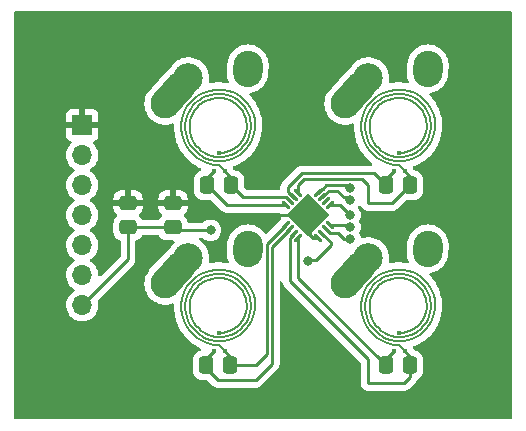
<source format=gbl>
G04 #@! TF.GenerationSoftware,KiCad,Pcbnew,(6.0.1)*
G04 #@! TF.CreationDate,2022-01-28T19:12:58+01:00*
G04 #@! TF.ProjectId,example,6578616d-706c-4652-9e6b-696361645f70,rev?*
G04 #@! TF.SameCoordinates,Original*
G04 #@! TF.FileFunction,Copper,L2,Bot*
G04 #@! TF.FilePolarity,Positive*
%FSLAX46Y46*%
G04 Gerber Fmt 4.6, Leading zero omitted, Abs format (unit mm)*
G04 Created by KiCad (PCBNEW (6.0.1)) date 2022-01-28 19:12:58*
%MOMM*%
%LPD*%
G01*
G04 APERTURE LIST*
G04 Aperture macros list*
%AMRoundRect*
0 Rectangle with rounded corners*
0 $1 Rounding radius*
0 $2 $3 $4 $5 $6 $7 $8 $9 X,Y pos of 4 corners*
0 Add a 4 corners polygon primitive as box body*
4,1,4,$2,$3,$4,$5,$6,$7,$8,$9,$2,$3,0*
0 Add four circle primitives for the rounded corners*
1,1,$1+$1,$2,$3*
1,1,$1+$1,$4,$5*
1,1,$1+$1,$6,$7*
1,1,$1+$1,$8,$9*
0 Add four rect primitives between the rounded corners*
20,1,$1+$1,$2,$3,$4,$5,0*
20,1,$1+$1,$4,$5,$6,$7,0*
20,1,$1+$1,$6,$7,$8,$9,0*
20,1,$1+$1,$8,$9,$2,$3,0*%
%AMHorizOval*
0 Thick line with rounded ends*
0 $1 width*
0 $2 $3 position (X,Y) of the first rounded end (center of the circle)*
0 $4 $5 position (X,Y) of the second rounded end (center of the circle)*
0 Add line between two ends*
20,1,$1,$2,$3,$4,$5,0*
0 Add two circle primitives to create the rounded ends*
1,1,$1,$2,$3*
1,1,$1,$4,$5*%
%AMRotRect*
0 Rectangle, with rotation*
0 The origin of the aperture is its center*
0 $1 length*
0 $2 width*
0 $3 Rotation angle, in degrees counterclockwise*
0 Add horizontal line*
21,1,$1,$2,0,0,$3*%
G04 Aperture macros list end*
G04 #@! TA.AperFunction,EtchedComponent*
%ADD10C,0.200000*%
G04 #@! TD*
G04 #@! TA.AperFunction,ComponentPad*
%ADD11C,0.450000*%
G04 #@! TD*
G04 #@! TA.AperFunction,ComponentPad*
%ADD12C,2.500000*%
G04 #@! TD*
G04 #@! TA.AperFunction,ComponentPad*
%ADD13HorizOval,2.500000X0.656270X0.728862X-0.656270X-0.728862X0*%
G04 #@! TD*
G04 #@! TA.AperFunction,ComponentPad*
%ADD14HorizOval,2.500000X0.020277X0.289981X-0.020277X-0.289981X0*%
G04 #@! TD*
G04 #@! TA.AperFunction,ComponentPad*
%ADD15R,1.700000X1.700000*%
G04 #@! TD*
G04 #@! TA.AperFunction,ComponentPad*
%ADD16O,1.700000X1.700000*%
G04 #@! TD*
G04 #@! TA.AperFunction,SMDPad,CuDef*
%ADD17RoundRect,0.250000X-0.337500X-0.475000X0.337500X-0.475000X0.337500X0.475000X-0.337500X0.475000X0*%
G04 #@! TD*
G04 #@! TA.AperFunction,SMDPad,CuDef*
%ADD18RoundRect,0.250000X-0.475000X0.337500X-0.475000X-0.337500X0.475000X-0.337500X0.475000X0.337500X0*%
G04 #@! TD*
G04 #@! TA.AperFunction,SMDPad,CuDef*
%ADD19RoundRect,0.062500X0.220971X0.309359X-0.309359X-0.220971X-0.220971X-0.309359X0.309359X0.220971X0*%
G04 #@! TD*
G04 #@! TA.AperFunction,SMDPad,CuDef*
%ADD20RoundRect,0.062500X-0.220971X0.309359X-0.309359X0.220971X0.220971X-0.309359X0.309359X-0.220971X0*%
G04 #@! TD*
G04 #@! TA.AperFunction,ComponentPad*
%ADD21C,0.500000*%
G04 #@! TD*
G04 #@! TA.AperFunction,SMDPad,CuDef*
%ADD22RotRect,2.600000X2.600000X225.000000*%
G04 #@! TD*
G04 #@! TA.AperFunction,ViaPad*
%ADD23C,0.800000*%
G04 #@! TD*
G04 #@! TA.AperFunction,Conductor*
%ADD24C,0.250000*%
G04 #@! TD*
G04 APERTURE END LIST*
D10*
X99619619Y-77519619D02*
X99160000Y-77060000D01*
X96681689Y-74232763D02*
X96648965Y-73917981D01*
X97752316Y-76320568D02*
X97446606Y-76118285D01*
X97920930Y-76013861D02*
X97652331Y-75835129D01*
X97508323Y-71486662D02*
X97809644Y-71303712D01*
X99442877Y-75999203D02*
X99160000Y-76010000D01*
X96929746Y-76134980D02*
X96655061Y-75832265D01*
X100044971Y-71524817D02*
X100314764Y-71659493D01*
X98791144Y-76679794D02*
X98429846Y-76603760D01*
X100990739Y-72245481D02*
X101160213Y-72490626D01*
X97240881Y-76401440D02*
X96929746Y-76134980D01*
X99996011Y-75871522D02*
X99723034Y-75952872D01*
X101838704Y-73928530D02*
X101789583Y-74261620D01*
X101399738Y-73032265D02*
X101466410Y-73320029D01*
X97302599Y-71203506D02*
X97641031Y-70997005D01*
X99897117Y-76630880D02*
X99530610Y-76693683D01*
X99506922Y-71013827D02*
X99846633Y-71085742D01*
X101260419Y-72022382D02*
X101455728Y-72303087D01*
X96421000Y-75498222D02*
X96231075Y-75138248D01*
X100708814Y-75891760D02*
X100426049Y-76062934D01*
X96864454Y-74840202D02*
X96753827Y-74541813D01*
X99160000Y-76710000D02*
X98791144Y-76679794D01*
X96908790Y-72700661D02*
X97065222Y-72430614D01*
X100483377Y-71352786D02*
X100770532Y-71543293D01*
X102065478Y-72815953D02*
X102154012Y-73188862D01*
X99486744Y-76346443D02*
X99160000Y-76360000D01*
X101496381Y-73613007D02*
X101489394Y-73906553D01*
X97065222Y-72430614D02*
X97253750Y-72183013D01*
X96014716Y-73160005D02*
X96121374Y-72772691D01*
X96992039Y-71451356D02*
X97302599Y-71203506D01*
X101569554Y-74893850D02*
X101402535Y-75183156D01*
X96337889Y-74298347D02*
X96299655Y-73939958D01*
X101297201Y-72754309D02*
X101399738Y-73032265D01*
X96299655Y-73939958D02*
X96306642Y-73580482D01*
X96648965Y-73917981D02*
X96655951Y-73602459D01*
X100914539Y-76174916D02*
X100594662Y-76369641D01*
X99160000Y-77060000D02*
X98747278Y-77027034D01*
X101252865Y-74744828D02*
X101107020Y-74995617D01*
X100124854Y-76196944D02*
X99810075Y-76291876D01*
X96984071Y-71959915D02*
X97231631Y-71706495D01*
X101402535Y-75183156D02*
X101201090Y-75448536D01*
X101613891Y-72605287D02*
X101732608Y-72924109D01*
X97446606Y-76118285D02*
X97169337Y-75879841D01*
X97408929Y-75624702D02*
X97194421Y-75386069D01*
X96592101Y-72551638D02*
X96769708Y-72243074D01*
X98767456Y-70652697D02*
X99160000Y-70635000D01*
X101208165Y-75941074D02*
X100914539Y-76174916D01*
X96655061Y-75832265D02*
X96421000Y-75498222D01*
X96306642Y-73580482D02*
X96358517Y-73225588D01*
X100651991Y-71046078D02*
X100976256Y-71260137D01*
X101160213Y-72490626D02*
X101297201Y-72754309D01*
X101699321Y-74585075D02*
X101569554Y-74893850D01*
X100968573Y-75685935D02*
X100708814Y-75891760D01*
X98259567Y-71485767D02*
X98553445Y-71397626D01*
X102188013Y-73950506D02*
X102133384Y-74327203D01*
X98081763Y-76483315D02*
X97752316Y-76320568D01*
X101466410Y-73320029D02*
X101496381Y-73613007D01*
X96655951Y-73602459D02*
X96702317Y-73291172D01*
X96088087Y-74758125D02*
X95994088Y-74363930D01*
X100314764Y-71659493D02*
X100564807Y-71826449D01*
X99160000Y-76360000D02*
X98835011Y-76332553D01*
X100770532Y-71543293D02*
X101030867Y-71767729D01*
X102133384Y-74327203D02*
X102032191Y-74693231D01*
X98001880Y-70834923D02*
X98379362Y-70719617D01*
X101751242Y-72115548D02*
X101930580Y-72456264D01*
X99810075Y-76291876D02*
X99486744Y-76346443D01*
X97583702Y-76627275D02*
X97240881Y-76401440D01*
X101470769Y-75671635D02*
X101208165Y-75941074D01*
X99933674Y-70746738D02*
X100302659Y-70873974D01*
X98466404Y-71058622D02*
X98811323Y-70999937D01*
X100728982Y-75430796D02*
X100503089Y-75608604D01*
X98553445Y-71397626D02*
X98855190Y-71347177D01*
X100976256Y-71260137D02*
X101270459Y-71512590D01*
X96753827Y-74541813D02*
X96681689Y-74232763D01*
X99160000Y-70635000D02*
X99550789Y-70666586D01*
X96454244Y-72880847D02*
X96592101Y-72551638D01*
X98835011Y-76332553D02*
X98516888Y-76264756D01*
X96121374Y-72772691D02*
X96275411Y-72402616D01*
X95957332Y-73558505D02*
X96014716Y-73160005D01*
X98855190Y-71347177D02*
X99160000Y-71335000D01*
X100426049Y-76062934D02*
X100124854Y-76196944D01*
X100302659Y-70873974D02*
X100651991Y-71046078D01*
X101810211Y-73254445D02*
X101845690Y-73591031D01*
X98811323Y-70999937D02*
X99160000Y-70985000D01*
X97169337Y-75879841D02*
X96924741Y-75609167D01*
X97231631Y-71706495D02*
X97508323Y-71486662D01*
X96275411Y-72402616D02*
X96474193Y-72055535D01*
X98342805Y-76942764D02*
X97952920Y-76808737D01*
X102032191Y-74693231D02*
X101886244Y-75042873D01*
X102154012Y-73188862D02*
X102194999Y-73569054D01*
X99723034Y-75952872D02*
X99442877Y-75999203D01*
X101789583Y-74261620D02*
X101699321Y-74585075D01*
X97809644Y-71303712D02*
X98130724Y-71160345D01*
X101845690Y-73591031D02*
X101838704Y-73928530D01*
X96702317Y-73291172D02*
X96787114Y-72989003D01*
X98429846Y-76603760D02*
X98081763Y-76483315D01*
X96924741Y-75609167D02*
X96716515Y-75310683D01*
X102194999Y-73569054D02*
X102188013Y-73950506D01*
X101366451Y-74476919D02*
X101252865Y-74744828D01*
X98130724Y-71160345D02*
X98466404Y-71058622D01*
X99160000Y-71335000D02*
X99463056Y-71361067D01*
X99759591Y-71424746D02*
X100044971Y-71524817D01*
X97012030Y-75123143D02*
X96864454Y-74840202D01*
X97652331Y-75835129D02*
X97408929Y-75624702D01*
X96420957Y-74649969D02*
X96337889Y-74298347D01*
X101107020Y-74995617D02*
X100931410Y-75225438D01*
X100173815Y-71199396D02*
X100483377Y-71352786D01*
X99160000Y-70985000D02*
X99506922Y-71013827D01*
X96547764Y-74989225D02*
X96420957Y-74649969D01*
X97641031Y-70997005D02*
X98001880Y-70834923D01*
X101530099Y-71799284D02*
X101751242Y-72115548D01*
X100931410Y-75225438D02*
X100728982Y-75430796D01*
X99846633Y-71085742D02*
X100173815Y-71199396D01*
X100594662Y-76369641D02*
X100253698Y-76522366D01*
X96769708Y-72243074D02*
X96984071Y-71959915D01*
X96358517Y-73225588D02*
X96454244Y-72880847D01*
X101489394Y-73906553D02*
X101445782Y-74196036D01*
X101732608Y-72924109D02*
X101810211Y-73254445D01*
X101930580Y-72456264D02*
X102065478Y-72815953D01*
X97194421Y-75386069D02*
X97012030Y-75123143D01*
X100503089Y-75608604D02*
X100257435Y-75756227D01*
X99530610Y-76693683D02*
X99160000Y-76710000D01*
X101201090Y-75448536D02*
X100968573Y-75685935D01*
X100564807Y-71826449D02*
X100791276Y-72022868D01*
X100257435Y-75756227D02*
X99996011Y-75871522D01*
X101270459Y-71512590D02*
X101530099Y-71799284D01*
X101030867Y-71767729D02*
X101260419Y-72022382D01*
X97471222Y-71961634D02*
X97714048Y-71769818D01*
X97714048Y-71769818D02*
X97978258Y-71610420D01*
X98516888Y-76264756D02*
X98210607Y-76157894D01*
X97253750Y-72183013D02*
X97471222Y-71961634D01*
X101445782Y-74196036D02*
X101366451Y-74476919D01*
X96714391Y-71736816D02*
X96992039Y-71451356D01*
X99550789Y-70666586D02*
X99933674Y-70746738D01*
X98747278Y-77027034D02*
X98342805Y-76942764D01*
X95994088Y-74363930D02*
X95950346Y-73961934D01*
X101886244Y-75042873D02*
X101698050Y-75370695D01*
X98379362Y-70719617D02*
X98767456Y-70652697D01*
X96474193Y-72055535D02*
X96714391Y-71736816D01*
X96787114Y-72989003D02*
X96908790Y-72700661D01*
X95950346Y-73961934D02*
X95957332Y-73558505D01*
X101698050Y-75370695D02*
X101470769Y-75671635D01*
X101455728Y-72303087D02*
X101613891Y-72605287D01*
X100253698Y-76522366D02*
X99897117Y-76630880D01*
X97978258Y-71610420D02*
X98259567Y-71485767D01*
X98210607Y-76157894D02*
X97920930Y-76013861D01*
X97952920Y-76808737D02*
X97583702Y-76627275D01*
X100791276Y-72022868D02*
X100990739Y-72245481D01*
X99463056Y-71361067D02*
X99759591Y-71424746D01*
X96716515Y-75310683D02*
X96547764Y-74989225D01*
X96231075Y-75138248D02*
X96088087Y-74758125D01*
X115236011Y-75871522D02*
X114963034Y-75952872D01*
X114400000Y-70635000D02*
X114790789Y-70666586D01*
X115050075Y-76291876D02*
X114726744Y-76346443D01*
X117078704Y-73928530D02*
X117029583Y-74261620D01*
X114770610Y-76693683D02*
X114400000Y-76710000D01*
X114999591Y-71424746D02*
X115284971Y-71524817D01*
X112169746Y-76134980D02*
X111895061Y-75832265D01*
X112104454Y-74840202D02*
X111993827Y-74541813D01*
X113619362Y-70719617D02*
X114007456Y-70652697D01*
X112409337Y-75879841D02*
X112164741Y-75609167D01*
X117272191Y-74693231D02*
X117126244Y-75042873D01*
X112305222Y-72430614D02*
X112493750Y-72183013D01*
X117305478Y-72815953D02*
X117394012Y-73188862D01*
X112480881Y-76401440D02*
X112169746Y-76134980D01*
X113218258Y-71610420D02*
X113499567Y-71485767D01*
X114703056Y-71361067D02*
X114999591Y-71424746D01*
X113499567Y-71485767D02*
X113793445Y-71397626D01*
X117434999Y-73569054D02*
X117428013Y-73950506D01*
X116939321Y-74585075D02*
X116809554Y-74893850D01*
X114790789Y-70666586D02*
X115173674Y-70746738D01*
X115413815Y-71199396D02*
X115723377Y-71352786D01*
X115554764Y-71659493D02*
X115804807Y-71826449D01*
X114095190Y-71347177D02*
X114400000Y-71335000D01*
X112748323Y-71486662D02*
X113049644Y-71303712D01*
X116400213Y-72490626D02*
X116537201Y-72754309D01*
X111515411Y-72402616D02*
X111714193Y-72055535D01*
X111895951Y-73602459D02*
X111942317Y-73291172D01*
X116216256Y-71260137D02*
X116510459Y-71512590D01*
X113321763Y-76483315D02*
X112992316Y-76320568D01*
X112232039Y-71451356D02*
X112542599Y-71203506D01*
X111993827Y-74541813D02*
X111921689Y-74232763D01*
X111942317Y-73291172D02*
X112027114Y-72989003D01*
X111787764Y-74989225D02*
X111660957Y-74649969D01*
X115284971Y-71524817D02*
X115554764Y-71659493D01*
X116171410Y-75225438D02*
X115968982Y-75430796D01*
X117085690Y-73591031D02*
X117078704Y-73928530D01*
X114726744Y-76346443D02*
X114400000Y-76360000D01*
X111471075Y-75138248D02*
X111328087Y-74758125D01*
X117170580Y-72456264D02*
X117305478Y-72815953D01*
X113160930Y-76013861D02*
X112892331Y-75835129D01*
X116853891Y-72605287D02*
X116972608Y-72924109D01*
X111254716Y-73160005D02*
X111361374Y-72772691D01*
X113793445Y-71397626D02*
X114095190Y-71347177D01*
X114400000Y-76360000D02*
X114075011Y-76332553D01*
X113241880Y-70834923D02*
X113619362Y-70719617D01*
X115497435Y-75756227D02*
X115236011Y-75871522D01*
X113370724Y-71160345D02*
X113706404Y-71058622D01*
X116991242Y-72115548D02*
X117170580Y-72456264D01*
X116729394Y-73906553D02*
X116685782Y-74196036D01*
X113669846Y-76603760D02*
X113321763Y-76483315D01*
X117050211Y-73254445D02*
X117085690Y-73591031D01*
X111954391Y-71736816D02*
X112232039Y-71451356D01*
X112954048Y-71769818D02*
X113218258Y-71610420D01*
X115891991Y-71046078D02*
X116216256Y-71260137D01*
X116809554Y-74893850D02*
X116642535Y-75183156D01*
X111956515Y-75310683D02*
X111787764Y-74989225D01*
X115666049Y-76062934D02*
X115364854Y-76196944D01*
X114031144Y-76679794D02*
X113669846Y-76603760D01*
X116710769Y-75671635D02*
X116448165Y-75941074D01*
X116270867Y-71767729D02*
X116500419Y-72022382D01*
X111577889Y-74298347D02*
X111539655Y-73939958D01*
X111921689Y-74232763D02*
X111888965Y-73917981D01*
X112542599Y-71203506D02*
X112881031Y-70997005D01*
X116230739Y-72245481D02*
X116400213Y-72490626D01*
X115542659Y-70873974D02*
X115891991Y-71046078D01*
X114400000Y-70985000D02*
X114746922Y-71013827D01*
X111190346Y-73961934D02*
X111197332Y-73558505D01*
X116441090Y-75448536D02*
X116208573Y-75685935D01*
X113450607Y-76157894D02*
X113160930Y-76013861D01*
X111661000Y-75498222D02*
X111471075Y-75138248D01*
X113049644Y-71303712D02*
X113370724Y-71160345D01*
X113582805Y-76942764D02*
X113192920Y-76808737D01*
X114400000Y-77060000D02*
X113987278Y-77027034D01*
X116972608Y-72924109D02*
X117050211Y-73254445D01*
X116642535Y-75183156D02*
X116441090Y-75448536D01*
X117029583Y-74261620D02*
X116939321Y-74585075D01*
X115804807Y-71826449D02*
X116031276Y-72022868D01*
X115834662Y-76369641D02*
X115493698Y-76522366D01*
X114682877Y-75999203D02*
X114400000Y-76010000D01*
X116606451Y-74476919D02*
X116492865Y-74744828D01*
X112164741Y-75609167D02*
X111956515Y-75310683D01*
X111888965Y-73917981D02*
X111895951Y-73602459D01*
X116736381Y-73613007D02*
X116729394Y-73906553D01*
X112148790Y-72700661D02*
X112305222Y-72430614D01*
X116208573Y-75685935D02*
X115948814Y-75891760D01*
X113756888Y-76264756D02*
X113450607Y-76157894D01*
X115743089Y-75608604D02*
X115497435Y-75756227D01*
X114400000Y-76710000D02*
X114031144Y-76679794D01*
X112686606Y-76118285D02*
X112409337Y-75879841D01*
X111895061Y-75832265D02*
X111661000Y-75498222D01*
X116706410Y-73320029D02*
X116736381Y-73613007D01*
X116938050Y-75370695D02*
X116710769Y-75671635D01*
X112027114Y-72989003D02*
X112148790Y-72700661D01*
X116639738Y-73032265D02*
X116706410Y-73320029D01*
X117394012Y-73188862D02*
X117434999Y-73569054D01*
X115173674Y-70746738D02*
X115542659Y-70873974D01*
X116537201Y-72754309D02*
X116639738Y-73032265D01*
X116448165Y-75941074D02*
X116154539Y-76174916D01*
X112711222Y-71961634D02*
X112954048Y-71769818D01*
X115086633Y-71085742D02*
X115413815Y-71199396D01*
X116510459Y-71512590D02*
X116770099Y-71799284D01*
X111694244Y-72880847D02*
X111832101Y-72551638D01*
X114746922Y-71013827D02*
X115086633Y-71085742D01*
X114007456Y-70652697D02*
X114400000Y-70635000D01*
X116154539Y-76174916D02*
X115834662Y-76369641D01*
X114963034Y-75952872D02*
X114682877Y-75999203D01*
X115948814Y-75891760D02*
X115666049Y-76062934D01*
X112881031Y-70997005D02*
X113241880Y-70834923D01*
X112892331Y-75835129D02*
X112648929Y-75624702D01*
X116010532Y-71543293D02*
X116270867Y-71767729D01*
X115137117Y-76630880D02*
X114770610Y-76693683D01*
X112471631Y-71706495D02*
X112748323Y-71486662D01*
X116770099Y-71799284D02*
X116991242Y-72115548D01*
X116492865Y-74744828D02*
X116347020Y-74995617D01*
X111328087Y-74758125D02*
X111234088Y-74363930D01*
X113987278Y-77027034D02*
X113582805Y-76942764D01*
X111660957Y-74649969D02*
X111577889Y-74298347D01*
X117428013Y-73950506D02*
X117373384Y-74327203D01*
X111546642Y-73580482D02*
X111598517Y-73225588D01*
X115364854Y-76196944D02*
X115050075Y-76291876D01*
X112434421Y-75386069D02*
X112252030Y-75123143D01*
X112493750Y-72183013D02*
X112711222Y-71961634D01*
X111361374Y-72772691D02*
X111515411Y-72402616D01*
X115968982Y-75430796D02*
X115743089Y-75608604D01*
X116685782Y-74196036D02*
X116606451Y-74476919D01*
X112823702Y-76627275D02*
X112480881Y-76401440D01*
X117126244Y-75042873D02*
X116938050Y-75370695D01*
X111197332Y-73558505D02*
X111254716Y-73160005D01*
X112009708Y-72243074D02*
X112224071Y-71959915D01*
X116347020Y-74995617D02*
X116171410Y-75225438D01*
X116695728Y-72303087D02*
X116853891Y-72605287D01*
X114400000Y-71335000D02*
X114703056Y-71361067D01*
X116031276Y-72022868D02*
X116230739Y-72245481D01*
X115723377Y-71352786D02*
X116010532Y-71543293D01*
X114051323Y-70999937D02*
X114400000Y-70985000D01*
X111714193Y-72055535D02*
X111954391Y-71736816D01*
X115493698Y-76522366D02*
X115137117Y-76630880D01*
X117373384Y-74327203D02*
X117272191Y-74693231D01*
X111234088Y-74363930D02*
X111190346Y-73961934D01*
X112252030Y-75123143D02*
X112104454Y-74840202D01*
X112224071Y-71959915D02*
X112471631Y-71706495D01*
X111598517Y-73225588D02*
X111694244Y-72880847D01*
X114859619Y-77519619D02*
X114400000Y-77060000D01*
X112992316Y-76320568D02*
X112686606Y-76118285D01*
X113706404Y-71058622D02*
X114051323Y-70999937D01*
X114075011Y-76332553D02*
X113756888Y-76264756D01*
X111832101Y-72551638D02*
X112009708Y-72243074D01*
X113192920Y-76808737D02*
X112823702Y-76627275D01*
X112648929Y-75624702D02*
X112434421Y-75386069D01*
X111539655Y-73939958D02*
X111546642Y-73580482D01*
X116500419Y-72022382D02*
X116695728Y-72303087D01*
X99550789Y-55426586D02*
X99933674Y-55506738D01*
X98835011Y-61092553D02*
X98516888Y-61024756D01*
X96992039Y-56211356D02*
X97302599Y-55963506D01*
X101470769Y-60431635D02*
X101208165Y-60701074D01*
X100914539Y-60934916D02*
X100594662Y-61129641D01*
X99723034Y-60712872D02*
X99442877Y-60759203D01*
X97641031Y-55757005D02*
X98001880Y-55594923D01*
X101930580Y-57216264D02*
X102065478Y-57575953D01*
X96088087Y-59518125D02*
X95994088Y-59123930D01*
X99506922Y-55773827D02*
X99846633Y-55845742D01*
X99933674Y-55506738D02*
X100302659Y-55633974D01*
X96655951Y-58362459D02*
X96702317Y-58051172D01*
X100044971Y-56284817D02*
X100314764Y-56419493D01*
X101613891Y-57365287D02*
X101732608Y-57684109D01*
X96592101Y-57311638D02*
X96769708Y-57003074D01*
X101455728Y-57063087D02*
X101613891Y-57365287D01*
X96681689Y-58992763D02*
X96648965Y-58677981D01*
X98855190Y-56107177D02*
X99160000Y-56095000D01*
X99759591Y-56184746D02*
X100044971Y-56284817D01*
X100708814Y-60651760D02*
X100426049Y-60822934D01*
X96014716Y-57920005D02*
X96121374Y-57532691D01*
X100426049Y-60822934D02*
X100124854Y-60956944D01*
X96984071Y-56719915D02*
X97231631Y-56466495D01*
X100503089Y-60368604D02*
X100257435Y-60516227D01*
X95957332Y-58318505D02*
X96014716Y-57920005D01*
X98379362Y-55479617D02*
X98767456Y-55412697D01*
X99463056Y-56121067D02*
X99759591Y-56184746D01*
X97978258Y-56370420D02*
X98259567Y-56245767D01*
X100594662Y-61129641D02*
X100253698Y-61282366D01*
X97583702Y-61387275D02*
X97240881Y-61161440D01*
X97408929Y-60384702D02*
X97194421Y-60146069D01*
X99897117Y-61390880D02*
X99530610Y-61453683D01*
X96787114Y-57749003D02*
X96908790Y-57460661D01*
X101838704Y-58688530D02*
X101789583Y-59021620D01*
X96702317Y-58051172D02*
X96787114Y-57749003D01*
X102188013Y-58710506D02*
X102133384Y-59087203D01*
X98001880Y-55594923D02*
X98379362Y-55479617D01*
X98767456Y-55412697D02*
X99160000Y-55395000D01*
X100173815Y-55959396D02*
X100483377Y-56112786D01*
X101530099Y-56559284D02*
X101751242Y-56875548D01*
X99619619Y-62279619D02*
X99160000Y-61820000D01*
X97231631Y-56466495D02*
X97508323Y-56246662D01*
X99810075Y-61051876D02*
X99486744Y-61106443D01*
X98516888Y-61024756D02*
X98210607Y-60917894D01*
X100770532Y-56303293D02*
X101030867Y-56527729D01*
X96714391Y-56496816D02*
X96992039Y-56211356D01*
X96769708Y-57003074D02*
X96984071Y-56719915D01*
X101810211Y-58014445D02*
X101845690Y-58351031D01*
X100791276Y-56782868D02*
X100990739Y-57005481D01*
X101252865Y-59504828D02*
X101107020Y-59755617D01*
X97652331Y-60595129D02*
X97408929Y-60384702D01*
X96231075Y-59898248D02*
X96088087Y-59518125D01*
X96753827Y-59301813D02*
X96681689Y-58992763D01*
X98081763Y-61243315D02*
X97752316Y-61080568D01*
X96306642Y-58340482D02*
X96358517Y-57985588D01*
X96454244Y-57640847D02*
X96592101Y-57311638D01*
X101699321Y-59345075D02*
X101569554Y-59653850D01*
X100968573Y-60445935D02*
X100708814Y-60651760D01*
X99160000Y-56095000D02*
X99463056Y-56121067D01*
X101366451Y-59236919D02*
X101252865Y-59504828D01*
X98466404Y-55818622D02*
X98811323Y-55759937D01*
X99160000Y-55395000D02*
X99550789Y-55426586D01*
X101466410Y-58080029D02*
X101496381Y-58373007D01*
X99486744Y-61106443D02*
X99160000Y-61120000D01*
X100651991Y-55806078D02*
X100976256Y-56020137D01*
X98130724Y-55920345D02*
X98466404Y-55818622D01*
X101201090Y-60208536D02*
X100968573Y-60445935D01*
X101489394Y-58666553D02*
X101445782Y-58956036D01*
X97446606Y-60878285D02*
X97169337Y-60639841D01*
X101886244Y-59802873D02*
X101698050Y-60130695D01*
X100564807Y-56586449D02*
X100791276Y-56782868D01*
X98553445Y-56157626D02*
X98855190Y-56107177D01*
X96547764Y-59749225D02*
X96420957Y-59409969D01*
X99160000Y-55745000D02*
X99506922Y-55773827D01*
X101208165Y-60701074D02*
X100914539Y-60934916D01*
X101569554Y-59653850D02*
X101402535Y-59943156D01*
X101160213Y-57250626D02*
X101297201Y-57514309D01*
X100302659Y-55633974D02*
X100651991Y-55806078D01*
X97752316Y-61080568D02*
X97446606Y-60878285D01*
X101107020Y-59755617D02*
X100931410Y-59985438D01*
X100253698Y-61282366D02*
X99897117Y-61390880D01*
X100124854Y-60956944D02*
X99810075Y-61051876D01*
X98747278Y-61787034D02*
X98342805Y-61702764D01*
X100931410Y-59985438D02*
X100728982Y-60190796D01*
X97253750Y-56943013D02*
X97471222Y-56721634D01*
X98342805Y-61702764D02*
X97952920Y-61568737D01*
X99996011Y-60631522D02*
X99723034Y-60712872D01*
X98210607Y-60917894D02*
X97920930Y-60773861D01*
X99442877Y-60759203D02*
X99160000Y-60770000D01*
X97809644Y-56063712D02*
X98130724Y-55920345D01*
X96337889Y-59058347D02*
X96299655Y-58699958D01*
X101845690Y-58351031D02*
X101838704Y-58688530D01*
X96420957Y-59409969D02*
X96337889Y-59058347D01*
X96929746Y-60894980D02*
X96655061Y-60592265D01*
X100976256Y-56020137D02*
X101270459Y-56272590D01*
X100728982Y-60190796D02*
X100503089Y-60368604D01*
X101698050Y-60130695D02*
X101470769Y-60431635D01*
X102154012Y-57948862D02*
X102194999Y-58329054D01*
X101260419Y-56782382D02*
X101455728Y-57063087D01*
X95994088Y-59123930D02*
X95950346Y-58721934D01*
X102133384Y-59087203D02*
X102032191Y-59453231D01*
X101399738Y-57792265D02*
X101466410Y-58080029D01*
X96655061Y-60592265D02*
X96421000Y-60258222D01*
X99846633Y-55845742D02*
X100173815Y-55959396D01*
X97471222Y-56721634D02*
X97714048Y-56529818D01*
X95950346Y-58721934D02*
X95957332Y-58318505D01*
X97302599Y-55963506D02*
X97641031Y-55757005D01*
X102194999Y-58329054D02*
X102188013Y-58710506D01*
X97240881Y-61161440D02*
X96929746Y-60894980D01*
X101445782Y-58956036D02*
X101366451Y-59236919D01*
X101751242Y-56875548D02*
X101930580Y-57216264D01*
X100257435Y-60516227D02*
X99996011Y-60631522D01*
X101402535Y-59943156D02*
X101201090Y-60208536D01*
X97714048Y-56529818D02*
X97978258Y-56370420D01*
X96421000Y-60258222D02*
X96231075Y-59898248D01*
X96275411Y-57162616D02*
X96474193Y-56815535D01*
X96299655Y-58699958D02*
X96306642Y-58340482D01*
X99160000Y-61820000D02*
X98747278Y-61787034D01*
X98259567Y-56245767D02*
X98553445Y-56157626D01*
X99160000Y-61120000D02*
X98835011Y-61092553D01*
X101732608Y-57684109D02*
X101810211Y-58014445D01*
X102065478Y-57575953D02*
X102154012Y-57948862D01*
X102032191Y-59453231D02*
X101886244Y-59802873D01*
X101270459Y-56272590D02*
X101530099Y-56559284D01*
X100314764Y-56419493D02*
X100564807Y-56586449D01*
X96864454Y-59600202D02*
X96753827Y-59301813D01*
X98791144Y-61439794D02*
X98429846Y-61363760D01*
X97012030Y-59883143D02*
X96864454Y-59600202D01*
X96908790Y-57460661D02*
X97065222Y-57190614D01*
X96716515Y-60070683D02*
X96547764Y-59749225D01*
X96924741Y-60369167D02*
X96716515Y-60070683D01*
X96474193Y-56815535D02*
X96714391Y-56496816D01*
X98429846Y-61363760D02*
X98081763Y-61243315D01*
X101297201Y-57514309D02*
X101399738Y-57792265D01*
X100483377Y-56112786D02*
X100770532Y-56303293D01*
X97920930Y-60773861D02*
X97652331Y-60595129D01*
X101789583Y-59021620D02*
X101699321Y-59345075D01*
X101496381Y-58373007D02*
X101489394Y-58666553D01*
X97508323Y-56246662D02*
X97809644Y-56063712D01*
X96121374Y-57532691D02*
X96275411Y-57162616D01*
X97169337Y-60639841D02*
X96924741Y-60369167D01*
X97952920Y-61568737D02*
X97583702Y-61387275D01*
X99160000Y-61470000D02*
X98791144Y-61439794D01*
X101030867Y-56527729D02*
X101260419Y-56782382D01*
X96358517Y-57985588D02*
X96454244Y-57640847D01*
X99530610Y-61453683D02*
X99160000Y-61470000D01*
X100990739Y-57005481D02*
X101160213Y-57250626D01*
X97065222Y-57190614D02*
X97253750Y-56943013D01*
X96648965Y-58677981D02*
X96655951Y-58362459D01*
X98811323Y-55759937D02*
X99160000Y-55745000D01*
X97194421Y-60146069D02*
X97012030Y-59883143D01*
X116537201Y-57514309D02*
X116639738Y-57792265D01*
X111954391Y-56496816D02*
X112232039Y-56211356D01*
X114400000Y-61470000D02*
X114031144Y-61439794D01*
X116171410Y-59985438D02*
X115968982Y-60190796D01*
X111787764Y-59749225D02*
X111660957Y-59409969D01*
X115050075Y-61051876D02*
X114726744Y-61106443D01*
X114746922Y-55773827D02*
X115086633Y-55845742D01*
X113218258Y-56370420D02*
X113499567Y-56245767D01*
X114400000Y-55395000D02*
X114790789Y-55426586D01*
X116208573Y-60445935D02*
X115948814Y-60651760D01*
X113321763Y-61243315D02*
X112992316Y-61080568D01*
X117428013Y-58710506D02*
X117373384Y-59087203D01*
X116216256Y-56020137D02*
X116510459Y-56272590D01*
X114075011Y-61092553D02*
X113756888Y-61024756D01*
X111546642Y-58340482D02*
X111598517Y-57985588D01*
X116939321Y-59345075D02*
X116809554Y-59653850D01*
X117394012Y-57948862D02*
X117434999Y-58329054D01*
X112305222Y-57190614D02*
X112493750Y-56943013D01*
X117085690Y-58351031D02*
X117078704Y-58688530D01*
X113756888Y-61024756D02*
X113450607Y-60917894D01*
X116710769Y-60431635D02*
X116448165Y-60701074D01*
X113669846Y-61363760D02*
X113321763Y-61243315D01*
X117305478Y-57575953D02*
X117394012Y-57948862D01*
X116642535Y-59943156D02*
X116441090Y-60208536D01*
X116510459Y-56272590D02*
X116770099Y-56559284D01*
X112992316Y-61080568D02*
X112686606Y-60878285D01*
X116606451Y-59236919D02*
X116492865Y-59504828D01*
X116639738Y-57792265D02*
X116706410Y-58080029D01*
X117078704Y-58688530D02*
X117029583Y-59021620D01*
X114726744Y-61106443D02*
X114400000Y-61120000D01*
X116809554Y-59653850D02*
X116642535Y-59943156D01*
X111539655Y-58699958D02*
X111546642Y-58340482D01*
X112232039Y-56211356D02*
X112542599Y-55963506D01*
X111328087Y-59518125D02*
X111234088Y-59123930D01*
X113706404Y-55818622D02*
X114051323Y-55759937D01*
X113450607Y-60917894D02*
X113160930Y-60773861D01*
X115493698Y-61282366D02*
X115137117Y-61390880D01*
X112711222Y-56721634D02*
X112954048Y-56529818D01*
X115236011Y-60631522D02*
X114963034Y-60712872D01*
X114051323Y-55759937D02*
X114400000Y-55745000D01*
X113987278Y-61787034D02*
X113582805Y-61702764D01*
X116685782Y-58956036D02*
X116606451Y-59236919D01*
X112027114Y-57749003D02*
X112148790Y-57460661D01*
X116010532Y-56303293D02*
X116270867Y-56527729D01*
X115804807Y-56586449D02*
X116031276Y-56782868D01*
X112686606Y-60878285D02*
X112409337Y-60639841D01*
X114007456Y-55412697D02*
X114400000Y-55395000D01*
X117272191Y-59453231D02*
X117126244Y-59802873D01*
X111993827Y-59301813D02*
X111921689Y-58992763D01*
X111661000Y-60258222D02*
X111471075Y-59898248D01*
X111888965Y-58677981D02*
X111895951Y-58362459D01*
X115173674Y-55506738D02*
X115542659Y-55633974D01*
X111942317Y-58051172D02*
X112027114Y-57749003D01*
X113582805Y-61702764D02*
X113192920Y-61568737D01*
X115948814Y-60651760D02*
X115666049Y-60822934D01*
X114400000Y-61820000D02*
X113987278Y-61787034D01*
X116695728Y-57063087D02*
X116853891Y-57365287D01*
X111598517Y-57985588D02*
X111694244Y-57640847D01*
X114095190Y-56107177D02*
X114400000Y-56095000D01*
X112009708Y-57003074D02*
X112224071Y-56719915D01*
X116736381Y-58373007D02*
X116729394Y-58666553D01*
X112224071Y-56719915D02*
X112471631Y-56466495D01*
X112493750Y-56943013D02*
X112711222Y-56721634D01*
X115542659Y-55633974D02*
X115891991Y-55806078D01*
X115968982Y-60190796D02*
X115743089Y-60368604D01*
X115723377Y-56112786D02*
X116010532Y-56303293D01*
X112148790Y-57460661D02*
X112305222Y-57190614D01*
X111190346Y-58721934D02*
X111197332Y-58318505D01*
X112434421Y-60146069D02*
X112252030Y-59883143D01*
X111234088Y-59123930D02*
X111190346Y-58721934D01*
X114400000Y-55745000D02*
X114746922Y-55773827D01*
X111515411Y-57162616D02*
X111714193Y-56815535D01*
X116448165Y-60701074D02*
X116154539Y-60934916D01*
X114770610Y-61453683D02*
X114400000Y-61470000D01*
X116770099Y-56559284D02*
X116991242Y-56875548D01*
X116500419Y-56782382D02*
X116695728Y-57063087D01*
X114400000Y-56095000D02*
X114703056Y-56121067D01*
X114963034Y-60712872D02*
X114682877Y-60759203D01*
X112748323Y-56246662D02*
X113049644Y-56063712D01*
X111956515Y-60070683D02*
X111787764Y-59749225D01*
X112104454Y-59600202D02*
X111993827Y-59301813D01*
X111361374Y-57532691D02*
X111515411Y-57162616D01*
X114703056Y-56121067D02*
X114999591Y-56184746D01*
X115137117Y-61390880D02*
X114770610Y-61453683D01*
X115086633Y-55845742D02*
X115413815Y-55959396D01*
X112881031Y-55757005D02*
X113241880Y-55594923D01*
X114400000Y-61120000D02*
X114075011Y-61092553D01*
X111660957Y-59409969D02*
X111577889Y-59058347D01*
X117029583Y-59021620D02*
X116939321Y-59345075D01*
X115554764Y-56419493D02*
X115804807Y-56586449D01*
X112542599Y-55963506D02*
X112881031Y-55757005D01*
X114999591Y-56184746D02*
X115284971Y-56284817D01*
X111694244Y-57640847D02*
X111832101Y-57311638D01*
X116706410Y-58080029D02*
X116736381Y-58373007D01*
X116400213Y-57250626D02*
X116537201Y-57514309D01*
X115497435Y-60516227D02*
X115236011Y-60631522D01*
X117434999Y-58329054D02*
X117428013Y-58710506D01*
X116270867Y-56527729D02*
X116500419Y-56782382D01*
X116347020Y-59755617D02*
X116171410Y-59985438D01*
X114031144Y-61439794D02*
X113669846Y-61363760D01*
X113049644Y-56063712D02*
X113370724Y-55920345D01*
X116154539Y-60934916D02*
X115834662Y-61129641D01*
X117050211Y-58014445D02*
X117085690Y-58351031D01*
X114859619Y-62279619D02*
X114400000Y-61820000D01*
X111254716Y-57920005D02*
X111361374Y-57532691D01*
X116853891Y-57365287D02*
X116972608Y-57684109D01*
X114790789Y-55426586D02*
X115173674Y-55506738D01*
X111197332Y-58318505D02*
X111254716Y-57920005D01*
X112480881Y-61161440D02*
X112169746Y-60894980D01*
X115834662Y-61129641D02*
X115493698Y-61282366D01*
X112164741Y-60369167D02*
X111956515Y-60070683D01*
X113160930Y-60773861D02*
X112892331Y-60595129D01*
X112823702Y-61387275D02*
X112480881Y-61161440D01*
X115891991Y-55806078D02*
X116216256Y-56020137D01*
X117170580Y-57216264D02*
X117305478Y-57575953D01*
X115284971Y-56284817D02*
X115554764Y-56419493D01*
X112409337Y-60639841D02*
X112164741Y-60369167D01*
X112954048Y-56529818D02*
X113218258Y-56370420D01*
X117373384Y-59087203D02*
X117272191Y-59453231D01*
X115364854Y-60956944D02*
X115050075Y-61051876D01*
X113192920Y-61568737D02*
X112823702Y-61387275D01*
X112648929Y-60384702D02*
X112434421Y-60146069D01*
X113370724Y-55920345D02*
X113706404Y-55818622D01*
X111921689Y-58992763D02*
X111888965Y-58677981D01*
X112252030Y-59883143D02*
X112104454Y-59600202D01*
X116938050Y-60130695D02*
X116710769Y-60431635D01*
X112892331Y-60595129D02*
X112648929Y-60384702D01*
X116230739Y-57005481D02*
X116400213Y-57250626D01*
X117126244Y-59802873D02*
X116938050Y-60130695D01*
X112471631Y-56466495D02*
X112748323Y-56246662D01*
X111577889Y-59058347D02*
X111539655Y-58699958D01*
X113793445Y-56157626D02*
X114095190Y-56107177D01*
X114682877Y-60759203D02*
X114400000Y-60770000D01*
X113499567Y-56245767D02*
X113793445Y-56157626D01*
X115413815Y-55959396D02*
X115723377Y-56112786D01*
X113241880Y-55594923D02*
X113619362Y-55479617D01*
X112169746Y-60894980D02*
X111895061Y-60592265D01*
X116492865Y-59504828D02*
X116347020Y-59755617D01*
X111895061Y-60592265D02*
X111661000Y-60258222D01*
X116729394Y-58666553D02*
X116685782Y-58956036D01*
X116991242Y-56875548D02*
X117170580Y-57216264D01*
X111714193Y-56815535D02*
X111954391Y-56496816D01*
X111895951Y-58362459D02*
X111942317Y-58051172D01*
X116972608Y-57684109D02*
X117050211Y-58014445D01*
X111471075Y-59898248D02*
X111328087Y-59518125D01*
X115743089Y-60368604D02*
X115497435Y-60516227D01*
X113619362Y-55479617D02*
X114007456Y-55412697D01*
X116031276Y-56782868D02*
X116230739Y-57005481D01*
X115666049Y-60822934D02*
X115364854Y-60956944D01*
X116441090Y-60208536D02*
X116208573Y-60445935D01*
X111832101Y-57311638D02*
X112009708Y-57003074D01*
D11*
X99160000Y-76017000D03*
D12*
X96560000Y-69660000D03*
D13*
X95250000Y-71120000D03*
D14*
X101580000Y-68870000D03*
D11*
X98700381Y-77526619D03*
X99619619Y-77519619D03*
X114400000Y-76017000D03*
D12*
X111800000Y-69660000D03*
D13*
X110490000Y-71120000D03*
D14*
X116820000Y-68870000D03*
D11*
X113940381Y-77526619D03*
X114859619Y-77519619D03*
D15*
X87566667Y-58415000D03*
D16*
X87566667Y-60955000D03*
X87566667Y-63495000D03*
X87566667Y-66035000D03*
X87566667Y-68575000D03*
X87566667Y-71115000D03*
X87566667Y-73655000D03*
D11*
X99160000Y-60777000D03*
D12*
X96560000Y-54420000D03*
D13*
X95250000Y-55880000D03*
D14*
X101580000Y-53630000D03*
D11*
X98700381Y-62286619D03*
X99619619Y-62279619D03*
X114400000Y-60777000D03*
D12*
X111800000Y-54420000D03*
D13*
X110490000Y-55880000D03*
D14*
X116820000Y-53630000D03*
D11*
X113940381Y-62286619D03*
X114859619Y-62279619D03*
D17*
X113262500Y-63500000D03*
X115337500Y-63500000D03*
X98022500Y-78740000D03*
X100097500Y-78740000D03*
D18*
X91440000Y-65002500D03*
X91440000Y-67077500D03*
X95250000Y-65002500D03*
X95250000Y-67077500D03*
D17*
X98122500Y-63500000D03*
X100197500Y-63500000D03*
X113262500Y-78740000D03*
X115337500Y-78740000D03*
D19*
X107519689Y-64139651D03*
X107873243Y-64493204D03*
X108226796Y-64846757D03*
X108580349Y-65200311D03*
D20*
X108580349Y-66879689D03*
X108226796Y-67233243D03*
X107873243Y-67586796D03*
X107519689Y-67940349D03*
D19*
X105840311Y-67940349D03*
X105486757Y-67586796D03*
X105133204Y-67233243D03*
X104779651Y-66879689D03*
D20*
X104779651Y-65200311D03*
X105133204Y-64846757D03*
X105486757Y-64493204D03*
X105840311Y-64139651D03*
D21*
X105937538Y-65297538D03*
X106680000Y-67524924D03*
X107422462Y-65297538D03*
X106680000Y-64555076D03*
D22*
X106680000Y-66040000D03*
D21*
X105937538Y-66782462D03*
X108164924Y-66040000D03*
X106680000Y-66040000D03*
X105195076Y-66040000D03*
X107422462Y-66782462D03*
D23*
X98425000Y-67310000D03*
X106680101Y-69939500D03*
X110236000Y-66040000D03*
X110236000Y-63716500D03*
X110236000Y-64716003D03*
X110236000Y-67056000D03*
X110236000Y-68072000D03*
D24*
X105840311Y-67940349D02*
X105840311Y-71317811D01*
X113362500Y-78098000D02*
X113940381Y-77520119D01*
X113362500Y-78733500D02*
X113362500Y-78098000D01*
X105840311Y-71317811D02*
X113262500Y-78740000D01*
X115437500Y-78098000D02*
X114859619Y-77520119D01*
X114808000Y-80264000D02*
X115337500Y-79734500D01*
X111760000Y-80264000D02*
X114808000Y-80264000D01*
X111760000Y-78232000D02*
X111760000Y-80264000D01*
X115337500Y-79734500D02*
X115337500Y-78740000D01*
X105143933Y-67929620D02*
X105143933Y-71615933D01*
X105486757Y-67586796D02*
X105143933Y-67929620D01*
X105143933Y-71615933D02*
X111760000Y-78232000D01*
X115437500Y-78733500D02*
X115437500Y-78098000D01*
X102235000Y-78740000D02*
X103186109Y-77788891D01*
X103186109Y-77788891D02*
X103186109Y-68473231D01*
X100197500Y-78105000D02*
X99619619Y-77527119D01*
X103186109Y-68473231D02*
X104779651Y-66879689D01*
X100097500Y-78740000D02*
X102235000Y-78740000D01*
X100197500Y-78740500D02*
X100197500Y-78105000D01*
X102235000Y-80010000D02*
X99060000Y-80010000D01*
X98122500Y-78740500D02*
X98122500Y-78105000D01*
X98122500Y-78105000D02*
X98700381Y-77527119D01*
X105133204Y-67233243D02*
X103635629Y-68730818D01*
X98022500Y-78972500D02*
X98022500Y-78740000D01*
X103635629Y-68730818D02*
X103635629Y-78609371D01*
X99060000Y-80010000D02*
X98022500Y-78972500D01*
X103635629Y-78609371D02*
X102235000Y-80010000D01*
X99822811Y-65200311D02*
X98122500Y-63500000D01*
X104779651Y-65200311D02*
X99822811Y-65200311D01*
X98122500Y-62864500D02*
X98700381Y-62286619D01*
X98122500Y-63500000D02*
X98122500Y-62864500D01*
X101201433Y-64503933D02*
X100197500Y-63500000D01*
X105133204Y-64846757D02*
X104790380Y-64503933D01*
X100197500Y-63500000D02*
X100197500Y-62864500D01*
X100197500Y-62864500D02*
X99619619Y-62286619D01*
X104790380Y-64503933D02*
X101201433Y-64503933D01*
X113362500Y-63493000D02*
X113362500Y-62857500D01*
X113362500Y-62857500D02*
X113940381Y-62279619D01*
X112246500Y-62484000D02*
X113262500Y-63500000D01*
X104976577Y-63679423D02*
X106172000Y-62484000D01*
X104976577Y-64054413D02*
X104976577Y-63679423D01*
X105486757Y-64564592D02*
X104976577Y-64054413D01*
X105486757Y-64493204D02*
X105486757Y-64564592D01*
X106172000Y-62484000D02*
X112246500Y-62484000D01*
X115437500Y-63493000D02*
X115437500Y-62857500D01*
X115437500Y-62857500D02*
X114859619Y-62279619D01*
X111252000Y-62992000D02*
X111760000Y-63500000D01*
X111760000Y-65024000D02*
X113813500Y-65024000D01*
X105840311Y-64139651D02*
X105840311Y-63451407D01*
X106299718Y-62992000D02*
X111252000Y-62992000D01*
X113813500Y-65024000D02*
X115337500Y-63500000D01*
X111760000Y-63500000D02*
X111760000Y-65024000D01*
X105840311Y-63451407D02*
X106299718Y-62992000D01*
X107095425Y-67940349D02*
X106680000Y-67524924D01*
X105195076Y-66040000D02*
X103505000Y-66040000D01*
X107519689Y-67940349D02*
X107095425Y-67940349D01*
X107873243Y-67586796D02*
X108585000Y-68298553D01*
X98425000Y-67310000D02*
X95482500Y-67310000D01*
X108585000Y-68298553D02*
X108585000Y-68580000D01*
X108585000Y-68580000D02*
X107315000Y-69850000D01*
X106680000Y-69850000D02*
X106680000Y-69939399D01*
X95250000Y-67077500D02*
X91440000Y-67077500D01*
X106680000Y-69939399D02*
X106680101Y-69939500D01*
X95482500Y-67310000D02*
X95250000Y-67077500D01*
X91440000Y-67077500D02*
X91440000Y-69781667D01*
X91440000Y-69781667D02*
X87566667Y-73655000D01*
X107315000Y-69850000D02*
X106680000Y-69850000D01*
X108580349Y-65200311D02*
X109396311Y-65200311D01*
X109396311Y-65200311D02*
X110236000Y-66040000D01*
X108204000Y-63500000D02*
X110236000Y-63500000D01*
X107907174Y-63796826D02*
X108204000Y-63500000D01*
X107862514Y-63796826D02*
X107907174Y-63796826D01*
X110236000Y-63500000D02*
X110236000Y-63716500D01*
X107519689Y-64139651D02*
X107862514Y-63796826D01*
X109728000Y-64516000D02*
X110236000Y-64516000D01*
X109161520Y-63949520D02*
X109728000Y-64516000D01*
X107873243Y-64493204D02*
X108416927Y-63949520D01*
X108416927Y-63949520D02*
X109161520Y-63949520D01*
X110236000Y-64516000D02*
X110236000Y-64716003D01*
X108580349Y-66879689D02*
X110059689Y-66879689D01*
X110059689Y-66879689D02*
X110236000Y-67056000D01*
X108712000Y-67576067D02*
X109232067Y-67576067D01*
X109232067Y-67576067D02*
X109728000Y-68072000D01*
X108226796Y-67233243D02*
X108569620Y-67576067D01*
X109728000Y-68072000D02*
X110236000Y-68072000D01*
X108569620Y-67576067D02*
X108712000Y-67576067D01*
G04 #@! TA.AperFunction,Conductor*
G36*
X123894121Y-48788002D02*
G01*
X123940614Y-48841658D01*
X123952000Y-48894000D01*
X123952000Y-83186000D01*
X123931998Y-83254121D01*
X123878342Y-83300614D01*
X123826000Y-83312000D01*
X81914000Y-83312000D01*
X81845879Y-83291998D01*
X81799386Y-83238342D01*
X81788000Y-83186000D01*
X81788000Y-73621695D01*
X86203918Y-73621695D01*
X86204215Y-73626848D01*
X86204215Y-73626851D01*
X86209678Y-73721590D01*
X86216777Y-73844715D01*
X86217914Y-73849761D01*
X86217915Y-73849767D01*
X86237786Y-73937939D01*
X86265889Y-74062639D01*
X86349933Y-74269616D01*
X86352632Y-74274020D01*
X86447426Y-74428710D01*
X86466654Y-74460088D01*
X86612917Y-74628938D01*
X86784793Y-74771632D01*
X86977667Y-74884338D01*
X86982492Y-74886180D01*
X86982493Y-74886181D01*
X87002050Y-74893649D01*
X87186359Y-74964030D01*
X87191427Y-74965061D01*
X87191430Y-74965062D01*
X87298684Y-74986883D01*
X87405264Y-75008567D01*
X87410439Y-75008757D01*
X87410441Y-75008757D01*
X87623340Y-75016564D01*
X87623344Y-75016564D01*
X87628504Y-75016753D01*
X87633624Y-75016097D01*
X87633626Y-75016097D01*
X87844955Y-74989025D01*
X87844956Y-74989025D01*
X87850083Y-74988368D01*
X87855033Y-74986883D01*
X88059096Y-74925661D01*
X88059101Y-74925659D01*
X88064051Y-74924174D01*
X88264661Y-74825896D01*
X88446527Y-74696173D01*
X88604763Y-74538489D01*
X88627729Y-74506529D01*
X88732102Y-74361277D01*
X88735120Y-74357077D01*
X88834097Y-74156811D01*
X88884399Y-73991248D01*
X88897532Y-73948023D01*
X88897532Y-73948021D01*
X88899037Y-73943069D01*
X88928196Y-73721590D01*
X88929823Y-73655000D01*
X88911519Y-73432361D01*
X88883488Y-73320765D01*
X88886292Y-73249823D01*
X88916597Y-73200974D01*
X90356733Y-71760839D01*
X91832253Y-70285319D01*
X91840539Y-70277779D01*
X91847018Y-70273667D01*
X91893644Y-70224015D01*
X91896398Y-70221174D01*
X91916135Y-70201437D01*
X91918615Y-70198240D01*
X91926320Y-70189218D01*
X91951159Y-70162767D01*
X91956586Y-70156988D01*
X91960405Y-70150042D01*
X91960407Y-70150039D01*
X91966348Y-70139233D01*
X91977199Y-70122714D01*
X91984758Y-70112968D01*
X91989614Y-70106708D01*
X91992759Y-70099439D01*
X91992762Y-70099435D01*
X92007174Y-70066130D01*
X92012391Y-70055480D01*
X92033695Y-70016727D01*
X92038733Y-69997104D01*
X92045137Y-69978401D01*
X92050033Y-69967087D01*
X92050033Y-69967086D01*
X92053181Y-69959812D01*
X92054420Y-69951989D01*
X92054423Y-69951979D01*
X92060099Y-69916143D01*
X92062505Y-69904523D01*
X92071528Y-69869378D01*
X92071528Y-69869377D01*
X92073500Y-69861697D01*
X92073500Y-69841443D01*
X92075051Y-69821732D01*
X92076980Y-69809553D01*
X92078220Y-69801724D01*
X92074059Y-69757705D01*
X92073500Y-69745848D01*
X92073500Y-68252538D01*
X92093502Y-68184417D01*
X92147158Y-68137924D01*
X92159624Y-68133014D01*
X92220653Y-68112653D01*
X92238946Y-68106550D01*
X92389348Y-68013478D01*
X92424607Y-67978158D01*
X92509134Y-67893483D01*
X92514305Y-67888303D01*
X92586684Y-67770883D01*
X92639455Y-67723391D01*
X92693943Y-67711000D01*
X93995954Y-67711000D01*
X94064075Y-67731002D01*
X94103098Y-67770697D01*
X94176522Y-67889348D01*
X94181704Y-67894521D01*
X94190416Y-67903218D01*
X94301697Y-68014305D01*
X94307927Y-68018145D01*
X94307928Y-68018146D01*
X94445090Y-68102694D01*
X94452262Y-68107115D01*
X94484368Y-68117764D01*
X94613611Y-68160632D01*
X94613613Y-68160632D01*
X94620139Y-68162797D01*
X94626975Y-68163497D01*
X94626978Y-68163498D01*
X94670031Y-68167909D01*
X94724600Y-68173500D01*
X95254106Y-68173500D01*
X95322227Y-68193502D01*
X95368720Y-68247158D01*
X95378824Y-68317432D01*
X95349330Y-68382012D01*
X95338012Y-68393499D01*
X95291494Y-68435018D01*
X95124363Y-68635970D01*
X95121934Y-68639973D01*
X95045812Y-68765419D01*
X94988771Y-68859419D01*
X94986967Y-68863721D01*
X94986965Y-68863725D01*
X94986106Y-68865773D01*
X94985622Y-68866360D01*
X94984838Y-68867899D01*
X94984497Y-68867725D01*
X94939912Y-68921809D01*
X94824485Y-68998934D01*
X94824481Y-68998937D01*
X94820593Y-69001535D01*
X94659091Y-69148233D01*
X94656967Y-69150592D01*
X94656966Y-69150593D01*
X93254021Y-70708723D01*
X93242510Y-70721507D01*
X93123230Y-70875560D01*
X93120944Y-70879642D01*
X93120942Y-70879645D01*
X93106043Y-70906250D01*
X92995519Y-71103604D01*
X92902917Y-71348021D01*
X92901924Y-71352593D01*
X92901924Y-71352594D01*
X92857795Y-71555842D01*
X92847460Y-71603440D01*
X92830366Y-71864251D01*
X92852010Y-72124724D01*
X92911916Y-72379137D01*
X93008769Y-72621900D01*
X93140441Y-72847680D01*
X93143368Y-72851327D01*
X93301115Y-73047879D01*
X93301121Y-73047885D01*
X93304038Y-73051520D01*
X93307465Y-73054687D01*
X93307466Y-73054689D01*
X93342624Y-73087188D01*
X93495969Y-73228938D01*
X93499825Y-73231564D01*
X93499832Y-73231569D01*
X93630835Y-73320765D01*
X93712015Y-73376038D01*
X93716228Y-73378070D01*
X93716233Y-73378073D01*
X93818378Y-73427342D01*
X93947431Y-73489590D01*
X93951898Y-73490977D01*
X93951903Y-73490979D01*
X94091987Y-73534476D01*
X94197044Y-73567097D01*
X94201656Y-73567807D01*
X94201661Y-73567808D01*
X94450752Y-73606146D01*
X94450755Y-73606146D01*
X94455373Y-73606857D01*
X94587464Y-73607433D01*
X94712067Y-73607977D01*
X94712072Y-73607977D01*
X94716741Y-73607997D01*
X94724604Y-73606857D01*
X94970774Y-73571165D01*
X94970777Y-73571164D01*
X94975407Y-73570493D01*
X95045252Y-73549472D01*
X95185708Y-73507200D01*
X95256703Y-73506721D01*
X95316687Y-73544701D01*
X95346615Y-73609082D01*
X95348002Y-73630034D01*
X95346417Y-73721590D01*
X95342468Y-73949606D01*
X95342457Y-73950159D01*
X95341603Y-73988090D01*
X95341774Y-73989665D01*
X95341747Y-73991248D01*
X95342163Y-73994893D01*
X95342163Y-73994897D01*
X95346028Y-74028770D01*
X95346097Y-74029390D01*
X95349715Y-74062639D01*
X95389477Y-74428059D01*
X95389546Y-74428710D01*
X95392016Y-74452559D01*
X95393428Y-74466198D01*
X95393794Y-74467733D01*
X95393966Y-74469313D01*
X95394847Y-74472923D01*
X95394847Y-74472925D01*
X95402941Y-74506103D01*
X95403095Y-74506739D01*
X95496166Y-74897038D01*
X95496243Y-74897363D01*
X95496393Y-74898002D01*
X95503638Y-74929100D01*
X95504987Y-74934892D01*
X95505546Y-74936378D01*
X95505912Y-74937913D01*
X95507231Y-74941364D01*
X95507234Y-74941375D01*
X95519418Y-74973260D01*
X95519650Y-74973872D01*
X95597005Y-75179515D01*
X95660123Y-75347307D01*
X95661346Y-75350559D01*
X95661576Y-75351175D01*
X95674737Y-75386723D01*
X95675476Y-75388124D01*
X95676034Y-75389607D01*
X95677771Y-75392858D01*
X95693879Y-75423006D01*
X95694186Y-75423585D01*
X95715524Y-75464028D01*
X95860268Y-75738367D01*
X95882368Y-75780255D01*
X95882673Y-75780837D01*
X95900203Y-75814485D01*
X95901112Y-75815782D01*
X95901851Y-75817183D01*
X95903997Y-75820212D01*
X95904000Y-75820217D01*
X95923711Y-75848038D01*
X95924089Y-75848574D01*
X96156063Y-76179639D01*
X96156397Y-76180118D01*
X96178023Y-76211325D01*
X96179090Y-76212501D01*
X96179996Y-76213794D01*
X96182494Y-76216518D01*
X96205488Y-76241595D01*
X96205930Y-76242080D01*
X96478320Y-76542267D01*
X96478758Y-76542752D01*
X96494446Y-76560222D01*
X96503994Y-76570855D01*
X96505196Y-76571885D01*
X96506261Y-76573058D01*
X96509060Y-76575430D01*
X96535134Y-76597526D01*
X96535633Y-76597951D01*
X96844026Y-76862063D01*
X96844523Y-76862491D01*
X96870323Y-76884820D01*
X96870330Y-76884826D01*
X96873134Y-76887252D01*
X96874452Y-76888120D01*
X96875659Y-76889154D01*
X96878776Y-76891184D01*
X96878781Y-76891188D01*
X96907447Y-76909859D01*
X96907994Y-76910217D01*
X96930915Y-76925316D01*
X97247890Y-77134125D01*
X97279762Y-77155359D01*
X97281188Y-77156060D01*
X97282506Y-77156928D01*
X97285822Y-77158536D01*
X97285823Y-77158537D01*
X97316417Y-77173376D01*
X97316969Y-77173645D01*
X97385955Y-77207550D01*
X97543784Y-77285119D01*
X97596098Y-77333117D01*
X97614157Y-77401779D01*
X97592229Y-77469304D01*
X97537274Y-77514254D01*
X97528084Y-77517724D01*
X97454071Y-77542417D01*
X97361054Y-77573450D01*
X97210652Y-77666522D01*
X97085695Y-77791697D01*
X96992885Y-77942262D01*
X96937203Y-78110139D01*
X96926500Y-78214600D01*
X96926500Y-79265400D01*
X96937474Y-79371166D01*
X96993450Y-79538946D01*
X97086522Y-79689348D01*
X97211697Y-79814305D01*
X97362262Y-79907115D01*
X97404625Y-79921166D01*
X97523611Y-79960632D01*
X97523613Y-79960632D01*
X97530139Y-79962797D01*
X97536975Y-79963497D01*
X97536978Y-79963498D01*
X97580031Y-79967909D01*
X97634600Y-79973500D01*
X98075406Y-79973500D01*
X98143527Y-79993502D01*
X98164501Y-80010405D01*
X98556343Y-80402247D01*
X98563887Y-80410537D01*
X98568000Y-80417018D01*
X98573777Y-80422443D01*
X98617667Y-80463658D01*
X98620509Y-80466413D01*
X98640231Y-80486135D01*
X98643355Y-80488558D01*
X98643359Y-80488562D01*
X98643424Y-80488612D01*
X98652445Y-80496317D01*
X98684679Y-80526586D01*
X98691627Y-80530405D01*
X98691629Y-80530407D01*
X98702432Y-80536346D01*
X98718959Y-80547202D01*
X98728698Y-80554757D01*
X98728700Y-80554758D01*
X98734960Y-80559614D01*
X98775540Y-80577174D01*
X98786188Y-80582391D01*
X98810976Y-80596018D01*
X98824940Y-80603695D01*
X98832616Y-80605666D01*
X98832619Y-80605667D01*
X98844562Y-80608733D01*
X98863266Y-80615137D01*
X98867692Y-80617052D01*
X98881855Y-80623181D01*
X98889678Y-80624420D01*
X98889688Y-80624423D01*
X98925524Y-80630099D01*
X98937144Y-80632505D01*
X98968959Y-80640673D01*
X98979970Y-80643500D01*
X99000224Y-80643500D01*
X99019934Y-80645051D01*
X99039943Y-80648220D01*
X99047835Y-80647474D01*
X99066580Y-80645702D01*
X99083962Y-80644059D01*
X99095819Y-80643500D01*
X102156233Y-80643500D01*
X102167416Y-80644027D01*
X102174909Y-80645702D01*
X102182835Y-80645453D01*
X102182836Y-80645453D01*
X102242986Y-80643562D01*
X102246945Y-80643500D01*
X102274856Y-80643500D01*
X102278791Y-80643003D01*
X102278856Y-80642995D01*
X102290693Y-80642062D01*
X102322951Y-80641048D01*
X102326970Y-80640922D01*
X102334889Y-80640673D01*
X102354343Y-80635021D01*
X102373700Y-80631013D01*
X102385930Y-80629468D01*
X102385931Y-80629468D01*
X102393797Y-80628474D01*
X102401168Y-80625555D01*
X102401170Y-80625555D01*
X102434912Y-80612196D01*
X102446142Y-80608351D01*
X102480983Y-80598229D01*
X102480984Y-80598229D01*
X102488593Y-80596018D01*
X102495412Y-80591985D01*
X102495417Y-80591983D01*
X102506028Y-80585707D01*
X102523776Y-80577012D01*
X102542617Y-80569552D01*
X102578387Y-80543564D01*
X102588307Y-80537048D01*
X102619535Y-80518580D01*
X102619538Y-80518578D01*
X102626362Y-80514542D01*
X102640683Y-80500221D01*
X102655717Y-80487380D01*
X102657431Y-80486135D01*
X102672107Y-80475472D01*
X102700298Y-80441395D01*
X102708288Y-80432616D01*
X104027876Y-79113028D01*
X104036166Y-79105484D01*
X104042647Y-79101371D01*
X104089288Y-79051703D01*
X104092042Y-79048862D01*
X104111764Y-79029140D01*
X104114241Y-79025947D01*
X104121946Y-79016926D01*
X104146788Y-78990471D01*
X104152215Y-78984692D01*
X104156036Y-78977742D01*
X104161975Y-78966939D01*
X104172831Y-78950412D01*
X104180386Y-78940673D01*
X104180387Y-78940671D01*
X104185243Y-78934411D01*
X104202803Y-78893831D01*
X104208020Y-78883183D01*
X104225504Y-78851380D01*
X104225505Y-78851378D01*
X104229324Y-78844431D01*
X104234362Y-78824808D01*
X104240766Y-78806105D01*
X104245662Y-78794791D01*
X104245662Y-78794790D01*
X104248810Y-78787516D01*
X104250049Y-78779693D01*
X104250052Y-78779683D01*
X104255728Y-78743847D01*
X104258134Y-78732227D01*
X104267157Y-78697082D01*
X104267157Y-78697081D01*
X104269129Y-78689401D01*
X104269129Y-78669147D01*
X104270680Y-78649436D01*
X104272609Y-78637257D01*
X104273849Y-78629428D01*
X104269688Y-78585409D01*
X104269129Y-78573552D01*
X104269129Y-71760839D01*
X104289131Y-71692718D01*
X104342787Y-71646225D01*
X104413061Y-71636121D01*
X104477641Y-71665615D01*
X104516125Y-71725685D01*
X104517268Y-71729616D01*
X104518911Y-71735272D01*
X104522920Y-71754633D01*
X104524373Y-71766130D01*
X104525459Y-71774730D01*
X104528378Y-71782101D01*
X104528378Y-71782103D01*
X104541737Y-71815845D01*
X104545582Y-71827075D01*
X104557915Y-71869526D01*
X104561948Y-71876345D01*
X104561950Y-71876350D01*
X104568226Y-71886961D01*
X104576921Y-71904709D01*
X104584381Y-71923550D01*
X104589043Y-71929966D01*
X104589043Y-71929967D01*
X104610369Y-71959320D01*
X104616885Y-71969240D01*
X104639391Y-72007295D01*
X104653712Y-72021616D01*
X104666552Y-72036649D01*
X104678461Y-72053040D01*
X104684567Y-72058091D01*
X104712538Y-72081231D01*
X104721317Y-72089221D01*
X111089595Y-78457499D01*
X111123621Y-78519811D01*
X111126500Y-78546594D01*
X111126500Y-80192207D01*
X111124268Y-80215816D01*
X111122725Y-80223906D01*
X111123621Y-80238147D01*
X111126251Y-80279951D01*
X111126500Y-80287862D01*
X111126500Y-80303856D01*
X111128506Y-80319730D01*
X111129248Y-80327590D01*
X111132775Y-80383650D01*
X111135225Y-80391191D01*
X111135321Y-80391487D01*
X111140494Y-80414631D01*
X111140532Y-80414935D01*
X111140533Y-80414940D01*
X111141526Y-80422797D01*
X111144442Y-80430162D01*
X111144443Y-80430166D01*
X111162199Y-80475011D01*
X111164871Y-80482430D01*
X111182236Y-80535875D01*
X111186486Y-80542571D01*
X111186486Y-80542572D01*
X111186650Y-80542831D01*
X111197415Y-80563958D01*
X111197529Y-80564246D01*
X111197532Y-80564251D01*
X111200448Y-80571617D01*
X111205104Y-80578025D01*
X111205107Y-80578031D01*
X111233458Y-80617052D01*
X111237901Y-80623589D01*
X111268000Y-80671018D01*
X111273778Y-80676444D01*
X111273779Y-80676445D01*
X111274007Y-80676659D01*
X111289688Y-80694446D01*
X111294528Y-80701107D01*
X111300637Y-80706161D01*
X111300638Y-80706162D01*
X111337796Y-80736903D01*
X111343730Y-80742134D01*
X111378898Y-80775158D01*
X111378901Y-80775160D01*
X111384679Y-80780586D01*
X111391903Y-80784558D01*
X111411506Y-80797881D01*
X111411746Y-80798080D01*
X111411753Y-80798084D01*
X111417856Y-80803133D01*
X111451342Y-80818890D01*
X111468676Y-80827047D01*
X111475708Y-80830629D01*
X111524940Y-80857695D01*
X111532615Y-80859665D01*
X111532621Y-80859668D01*
X111532919Y-80859744D01*
X111555228Y-80867776D01*
X111555503Y-80867906D01*
X111555511Y-80867909D01*
X111562682Y-80871283D01*
X111617849Y-80881806D01*
X111625558Y-80883529D01*
X111659551Y-80892257D01*
X111672293Y-80895529D01*
X111672294Y-80895529D01*
X111679970Y-80897500D01*
X111688207Y-80897500D01*
X111711816Y-80899732D01*
X111712119Y-80899790D01*
X111712123Y-80899790D01*
X111719906Y-80901275D01*
X111775951Y-80897749D01*
X111783862Y-80897500D01*
X114729233Y-80897500D01*
X114740416Y-80898027D01*
X114747909Y-80899702D01*
X114755835Y-80899453D01*
X114755836Y-80899453D01*
X114815986Y-80897562D01*
X114819945Y-80897500D01*
X114847856Y-80897500D01*
X114851791Y-80897003D01*
X114851856Y-80896995D01*
X114863693Y-80896062D01*
X114895951Y-80895048D01*
X114899970Y-80894922D01*
X114907889Y-80894673D01*
X114927343Y-80889021D01*
X114946700Y-80885013D01*
X114958930Y-80883468D01*
X114958931Y-80883468D01*
X114966797Y-80882474D01*
X114974168Y-80879555D01*
X114974170Y-80879555D01*
X115007912Y-80866196D01*
X115019142Y-80862351D01*
X115053983Y-80852229D01*
X115053984Y-80852229D01*
X115061593Y-80850018D01*
X115068412Y-80845985D01*
X115068417Y-80845983D01*
X115079028Y-80839707D01*
X115096776Y-80831012D01*
X115115617Y-80823552D01*
X115151387Y-80797564D01*
X115161307Y-80791048D01*
X115192535Y-80772580D01*
X115192538Y-80772578D01*
X115199362Y-80768542D01*
X115213683Y-80754221D01*
X115228717Y-80741380D01*
X115238693Y-80734132D01*
X115245107Y-80729472D01*
X115273288Y-80695407D01*
X115281278Y-80686626D01*
X115729758Y-80238147D01*
X115738037Y-80230613D01*
X115744518Y-80226500D01*
X115791144Y-80176848D01*
X115793898Y-80174007D01*
X115813635Y-80154270D01*
X115816115Y-80151073D01*
X115823820Y-80142051D01*
X115848659Y-80115600D01*
X115854086Y-80109821D01*
X115857905Y-80102875D01*
X115857907Y-80102872D01*
X115863848Y-80092066D01*
X115874699Y-80075547D01*
X115882258Y-80065801D01*
X115887114Y-80059541D01*
X115890259Y-80052272D01*
X115890262Y-80052268D01*
X115904674Y-80018963D01*
X115909891Y-80008313D01*
X115931195Y-79969560D01*
X115931195Y-79969559D01*
X115932486Y-79970269D01*
X115970792Y-79921166D01*
X115990830Y-79909415D01*
X115991997Y-79908869D01*
X115998946Y-79906550D01*
X116149348Y-79813478D01*
X116274305Y-79688303D01*
X116278146Y-79682072D01*
X116363275Y-79543968D01*
X116363276Y-79543966D01*
X116367115Y-79537738D01*
X116422797Y-79369861D01*
X116433500Y-79265400D01*
X116433500Y-78214600D01*
X116422526Y-78108834D01*
X116366550Y-77941054D01*
X116273478Y-77790652D01*
X116148303Y-77665695D01*
X116142072Y-77661854D01*
X116003968Y-77576725D01*
X116003966Y-77576724D01*
X115997738Y-77572885D01*
X115857849Y-77526486D01*
X115836389Y-77519368D01*
X115836387Y-77519368D01*
X115829861Y-77517203D01*
X115823023Y-77516502D01*
X115823021Y-77516502D01*
X115805524Y-77514709D01*
X115788359Y-77512951D01*
X115722633Y-77486110D01*
X115712106Y-77476702D01*
X115593371Y-77357966D01*
X115563476Y-77310309D01*
X115554704Y-77285119D01*
X115551915Y-77277109D01*
X115548401Y-77206201D01*
X115583782Y-77144649D01*
X115634224Y-77115131D01*
X115660267Y-77107206D01*
X115668995Y-77104550D01*
X115669618Y-77104362D01*
X115702326Y-77094594D01*
X115702327Y-77094594D01*
X115705875Y-77093534D01*
X115707317Y-77092888D01*
X115708829Y-77092428D01*
X115743392Y-77076730D01*
X115743846Y-77076526D01*
X116081815Y-76925142D01*
X116116774Y-76909701D01*
X116118127Y-76908877D01*
X116119570Y-76908231D01*
X116151998Y-76888259D01*
X116152113Y-76888189D01*
X116469271Y-76695119D01*
X116469694Y-76694863D01*
X116502137Y-76675343D01*
X116503369Y-76674362D01*
X116504724Y-76673537D01*
X116534249Y-76649773D01*
X116534757Y-76649367D01*
X116825548Y-76417782D01*
X116826061Y-76417376D01*
X116852835Y-76396280D01*
X116852847Y-76396269D01*
X116855761Y-76393973D01*
X116856866Y-76392839D01*
X116858103Y-76391854D01*
X116860675Y-76389187D01*
X116860680Y-76389183D01*
X116884388Y-76364604D01*
X116884842Y-76364136D01*
X117144850Y-76097359D01*
X117145309Y-76096890D01*
X117169306Y-76072524D01*
X117169310Y-76072520D01*
X117171932Y-76069857D01*
X117172886Y-76068593D01*
X117173989Y-76067462D01*
X117176230Y-76064463D01*
X117196575Y-76037231D01*
X117196968Y-76036708D01*
X117422103Y-75738609D01*
X117422498Y-75738088D01*
X117443239Y-75710919D01*
X117445501Y-75707956D01*
X117446290Y-75706581D01*
X117447242Y-75705321D01*
X117449072Y-75702094D01*
X117449081Y-75702081D01*
X117465936Y-75672363D01*
X117466260Y-75671795D01*
X117521323Y-75575879D01*
X117652706Y-75347017D01*
X117671976Y-75313851D01*
X117672588Y-75312384D01*
X117673372Y-75311019D01*
X117674786Y-75307582D01*
X117687709Y-75276167D01*
X117687958Y-75275564D01*
X117832577Y-74929100D01*
X117832831Y-74928496D01*
X117834032Y-74925661D01*
X117847590Y-74893649D01*
X117848012Y-74892124D01*
X117848621Y-74890664D01*
X117858544Y-74854032D01*
X117858717Y-74853401D01*
X117958874Y-74491123D01*
X117959049Y-74490495D01*
X117968358Y-74457490D01*
X117968359Y-74457485D01*
X117969371Y-74453897D01*
X117969598Y-74452330D01*
X117970019Y-74450808D01*
X117975261Y-74413293D01*
X117975350Y-74412669D01*
X118012455Y-74156811D01*
X118029526Y-74039098D01*
X118035181Y-74001480D01*
X118035210Y-73999904D01*
X118035438Y-73998331D01*
X118035573Y-73988090D01*
X118035935Y-73960415D01*
X118035945Y-73959759D01*
X118040255Y-73724439D01*
X118042872Y-73581588D01*
X118043767Y-73543503D01*
X118043598Y-73541935D01*
X118043627Y-73540347D01*
X118039359Y-73502595D01*
X118039292Y-73501993D01*
X118019755Y-73320765D01*
X117998715Y-73125605D01*
X117998646Y-73124954D01*
X117995147Y-73090837D01*
X117994773Y-73087188D01*
X117994408Y-73085649D01*
X117994238Y-73084076D01*
X117993369Y-73080500D01*
X117993368Y-73080492D01*
X117985257Y-73047101D01*
X117985104Y-73046464D01*
X117969724Y-72981680D01*
X117897491Y-72677431D01*
X117897341Y-72676795D01*
X117889591Y-72643381D01*
X117888751Y-72639759D01*
X117888195Y-72638277D01*
X117887830Y-72636739D01*
X117880524Y-72617561D01*
X117874328Y-72601297D01*
X117874097Y-72600686D01*
X117740427Y-72244271D01*
X117740199Y-72243656D01*
X117728454Y-72211837D01*
X117727161Y-72208334D01*
X117726424Y-72206935D01*
X117725868Y-72205451D01*
X117708022Y-72171970D01*
X117707785Y-72171524D01*
X117529938Y-71833638D01*
X117512348Y-71799794D01*
X117511442Y-71798499D01*
X117510704Y-71797096D01*
X117488805Y-71766123D01*
X117488432Y-71765592D01*
X117269419Y-71452373D01*
X117269046Y-71451837D01*
X117249618Y-71423743D01*
X117249616Y-71423740D01*
X117247505Y-71420688D01*
X117246445Y-71419518D01*
X117245537Y-71418219D01*
X117243022Y-71415471D01*
X117243015Y-71415462D01*
X117219910Y-71390215D01*
X117219468Y-71389730D01*
X116970713Y-71115054D01*
X116939811Y-71051135D01*
X116948373Y-70980656D01*
X116993678Y-70925995D01*
X117045135Y-70906251D01*
X117045148Y-70906250D01*
X117260990Y-70859386D01*
X117295994Y-70851786D01*
X117295995Y-70851786D01*
X117300567Y-70850793D01*
X117311561Y-70846628D01*
X117540615Y-70759847D01*
X117540616Y-70759846D01*
X117544983Y-70758192D01*
X117589426Y-70733303D01*
X117768950Y-70632764D01*
X117768952Y-70632763D01*
X117773028Y-70630480D01*
X117979691Y-70470464D01*
X117983494Y-70466492D01*
X118157203Y-70285032D01*
X118160432Y-70281659D01*
X118163492Y-70277330D01*
X118308579Y-70072035D01*
X118308580Y-70072034D01*
X118311280Y-70068213D01*
X118313514Y-70063782D01*
X118426819Y-69838986D01*
X118428922Y-69834814D01*
X118510774Y-69586591D01*
X118522343Y-69519263D01*
X118547187Y-69374677D01*
X118547188Y-69374669D01*
X118547722Y-69371561D01*
X118554036Y-69281277D01*
X118598960Y-68638811D01*
X118598960Y-68638805D01*
X118599122Y-68636491D01*
X118598271Y-68441659D01*
X118558510Y-68183331D01*
X118557102Y-68178794D01*
X118505769Y-68013478D01*
X118481003Y-67933717D01*
X118478972Y-67929507D01*
X118478970Y-67929501D01*
X118369482Y-67702510D01*
X118367452Y-67698301D01*
X118220351Y-67482255D01*
X118204771Y-67465400D01*
X118046114Y-67293768D01*
X118046112Y-67293767D01*
X118042932Y-67290326D01*
X117907101Y-67181310D01*
X117842750Y-67129663D01*
X117839093Y-67126728D01*
X117637116Y-67008938D01*
X117617347Y-66997409D01*
X117617345Y-66997408D01*
X117613312Y-66995056D01*
X117608978Y-66993327D01*
X117608974Y-66993325D01*
X117487164Y-66944729D01*
X117370549Y-66898205D01*
X117366013Y-66897137D01*
X117366007Y-66897135D01*
X117120680Y-66839368D01*
X117116136Y-66838298D01*
X117111482Y-66837911D01*
X117111480Y-66837911D01*
X116860323Y-66817042D01*
X116860320Y-66817042D01*
X116855663Y-66816655D01*
X116594852Y-66833750D01*
X116590279Y-66834743D01*
X116590278Y-66834743D01*
X116344006Y-66888214D01*
X116339433Y-66889207D01*
X116335061Y-66890863D01*
X116335059Y-66890864D01*
X116192887Y-66944729D01*
X116095017Y-66981809D01*
X116023227Y-67022013D01*
X115871044Y-67107239D01*
X115871038Y-67107243D01*
X115866972Y-67109520D01*
X115863283Y-67112376D01*
X115863282Y-67112377D01*
X115844868Y-67126635D01*
X115660309Y-67269536D01*
X115657079Y-67272910D01*
X115657078Y-67272911D01*
X115640407Y-67290326D01*
X115479568Y-67458341D01*
X115476872Y-67462156D01*
X115476871Y-67462157D01*
X115397229Y-67574848D01*
X115328720Y-67671787D01*
X115326613Y-67675968D01*
X115326612Y-67675969D01*
X115317160Y-67694721D01*
X115211078Y-67905186D01*
X115201052Y-67935590D01*
X115136631Y-68130954D01*
X115129226Y-68153409D01*
X115125855Y-68173027D01*
X115094154Y-68357522D01*
X115092278Y-68368439D01*
X115092058Y-68371584D01*
X115092057Y-68371593D01*
X115042266Y-69083657D01*
X115040878Y-69103509D01*
X115040888Y-69105827D01*
X115040888Y-69105831D01*
X115041052Y-69143410D01*
X115041728Y-69298341D01*
X115054311Y-69380088D01*
X115079699Y-69545031D01*
X115081490Y-69556669D01*
X115158997Y-69806284D01*
X115161027Y-69810494D01*
X115161030Y-69810500D01*
X115217463Y-69927497D01*
X115229042Y-69997543D01*
X115200913Y-70062730D01*
X115142007Y-70102360D01*
X115078158Y-70105564D01*
X114917145Y-70071858D01*
X114916539Y-70071729D01*
X114879489Y-70063772D01*
X114877908Y-70063644D01*
X114876364Y-70063321D01*
X114871322Y-70062940D01*
X114838675Y-70060471D01*
X114838025Y-70060420D01*
X114450911Y-70029132D01*
X114450258Y-70029078D01*
X114416098Y-70026138D01*
X114416095Y-70026138D01*
X114412424Y-70025822D01*
X114410841Y-70025893D01*
X114409265Y-70025766D01*
X114405585Y-70025951D01*
X114405584Y-70025951D01*
X114387370Y-70026867D01*
X114371412Y-70027669D01*
X114370824Y-70027697D01*
X114126211Y-70038726D01*
X113982019Y-70045227D01*
X113981363Y-70045255D01*
X113978416Y-70045373D01*
X113943409Y-70046768D01*
X113941844Y-70047038D01*
X113940267Y-70047109D01*
X113936629Y-70047756D01*
X113936627Y-70047756D01*
X113903077Y-70053721D01*
X113902442Y-70053832D01*
X113682040Y-70091837D01*
X113611513Y-70083701D01*
X113556579Y-70038726D01*
X113534680Y-69971191D01*
X113535638Y-69951768D01*
X113560616Y-69755421D01*
X113560616Y-69755417D01*
X113561014Y-69752291D01*
X113561182Y-69745896D01*
X113563348Y-69663160D01*
X113563431Y-69660000D01*
X113559903Y-69612529D01*
X113544407Y-69404000D01*
X113544406Y-69403996D01*
X113544061Y-69399348D01*
X113538708Y-69375689D01*
X113487408Y-69148980D01*
X113486377Y-69144423D01*
X113470467Y-69103509D01*
X113393340Y-68905176D01*
X113393339Y-68905173D01*
X113391647Y-68900823D01*
X113372830Y-68867899D01*
X113306541Y-68751918D01*
X113261951Y-68673902D01*
X113100138Y-68468643D01*
X112909763Y-68289557D01*
X112746229Y-68176109D01*
X112698851Y-68143241D01*
X112698848Y-68143239D01*
X112695009Y-68140576D01*
X112690816Y-68138508D01*
X112464781Y-68027040D01*
X112464778Y-68027039D01*
X112460593Y-68024975D01*
X112439260Y-68018146D01*
X112216123Y-67946720D01*
X112211665Y-67945293D01*
X111953693Y-67903279D01*
X111839942Y-67901790D01*
X111697022Y-67899919D01*
X111697019Y-67899919D01*
X111692345Y-67899858D01*
X111433362Y-67935104D01*
X111428876Y-67936412D01*
X111428874Y-67936412D01*
X111287990Y-67977476D01*
X111287506Y-67977617D01*
X111216510Y-67977476D01*
X111156860Y-67938974D01*
X111129791Y-67884439D01*
X111129542Y-67882072D01*
X111070527Y-67700444D01*
X111052024Y-67668395D01*
X111028124Y-67627000D01*
X111011386Y-67558005D01*
X111028124Y-67501000D01*
X111067223Y-67433279D01*
X111067224Y-67433278D01*
X111070527Y-67427556D01*
X111129542Y-67245928D01*
X111133750Y-67205896D01*
X111148814Y-67062565D01*
X111149504Y-67056000D01*
X111129542Y-66866072D01*
X111070527Y-66684444D01*
X111028124Y-66611000D01*
X111011386Y-66542005D01*
X111028124Y-66485000D01*
X111067223Y-66417279D01*
X111067224Y-66417278D01*
X111070527Y-66411556D01*
X111129542Y-66229928D01*
X111135299Y-66175159D01*
X111148814Y-66046565D01*
X111149504Y-66040000D01*
X111144121Y-65988782D01*
X111130232Y-65856635D01*
X111130232Y-65856633D01*
X111129542Y-65850072D01*
X111070527Y-65668444D01*
X111066101Y-65660777D01*
X111013284Y-65569297D01*
X110975040Y-65503056D01*
X110962570Y-65489206D01*
X110938354Y-65462312D01*
X110907636Y-65398305D01*
X110916401Y-65327851D01*
X110938354Y-65293692D01*
X110971676Y-65256684D01*
X111032122Y-65219444D01*
X111103105Y-65220796D01*
X111162090Y-65260309D01*
X111179320Y-65287345D01*
X111179787Y-65288337D01*
X111182236Y-65295875D01*
X111186484Y-65302568D01*
X111186485Y-65302571D01*
X111186650Y-65302831D01*
X111197415Y-65323958D01*
X111197529Y-65324246D01*
X111197532Y-65324251D01*
X111200448Y-65331617D01*
X111205104Y-65338025D01*
X111205107Y-65338031D01*
X111233458Y-65377052D01*
X111237901Y-65383589D01*
X111268000Y-65431018D01*
X111273778Y-65436444D01*
X111273779Y-65436445D01*
X111274007Y-65436659D01*
X111289688Y-65454446D01*
X111294528Y-65461107D01*
X111300637Y-65466161D01*
X111300638Y-65466162D01*
X111337796Y-65496903D01*
X111343730Y-65502134D01*
X111378898Y-65535158D01*
X111378901Y-65535160D01*
X111384679Y-65540586D01*
X111391903Y-65544558D01*
X111411506Y-65557881D01*
X111411746Y-65558080D01*
X111411753Y-65558084D01*
X111417856Y-65563133D01*
X111449389Y-65577971D01*
X111468676Y-65587047D01*
X111475708Y-65590629D01*
X111524940Y-65617695D01*
X111532615Y-65619665D01*
X111532621Y-65619668D01*
X111532919Y-65619744D01*
X111555228Y-65627776D01*
X111555503Y-65627906D01*
X111555511Y-65627909D01*
X111562682Y-65631283D01*
X111617849Y-65641806D01*
X111625558Y-65643529D01*
X111659551Y-65652257D01*
X111672293Y-65655529D01*
X111672294Y-65655529D01*
X111679970Y-65657500D01*
X111688207Y-65657500D01*
X111711816Y-65659732D01*
X111712119Y-65659790D01*
X111712123Y-65659790D01*
X111719906Y-65661275D01*
X111775951Y-65657749D01*
X111783862Y-65657500D01*
X113734733Y-65657500D01*
X113745916Y-65658027D01*
X113753409Y-65659702D01*
X113761335Y-65659453D01*
X113761336Y-65659453D01*
X113821486Y-65657562D01*
X113825445Y-65657500D01*
X113853356Y-65657500D01*
X113857291Y-65657003D01*
X113857356Y-65656995D01*
X113869193Y-65656062D01*
X113901451Y-65655048D01*
X113905470Y-65654922D01*
X113913389Y-65654673D01*
X113932843Y-65649021D01*
X113952200Y-65645013D01*
X113964430Y-65643468D01*
X113964431Y-65643468D01*
X113972297Y-65642474D01*
X113979668Y-65639555D01*
X113979670Y-65639555D01*
X114013412Y-65626196D01*
X114024642Y-65622351D01*
X114059483Y-65612229D01*
X114059484Y-65612229D01*
X114067093Y-65610018D01*
X114073912Y-65605985D01*
X114073917Y-65605983D01*
X114084528Y-65599707D01*
X114102276Y-65591012D01*
X114121117Y-65583552D01*
X114156887Y-65557564D01*
X114166807Y-65551048D01*
X114198035Y-65532580D01*
X114198038Y-65532578D01*
X114204862Y-65528542D01*
X114219183Y-65514221D01*
X114234217Y-65501380D01*
X114236905Y-65499427D01*
X114250607Y-65489472D01*
X114278798Y-65455395D01*
X114286788Y-65446616D01*
X114962999Y-64770405D01*
X115025311Y-64736379D01*
X115052094Y-64733500D01*
X115725400Y-64733500D01*
X115728646Y-64733163D01*
X115728650Y-64733163D01*
X115824308Y-64723238D01*
X115824312Y-64723237D01*
X115831166Y-64722526D01*
X115837702Y-64720345D01*
X115837704Y-64720345D01*
X115969806Y-64676272D01*
X115998946Y-64666550D01*
X116149348Y-64573478D01*
X116274305Y-64448303D01*
X116278146Y-64442072D01*
X116363275Y-64303968D01*
X116363276Y-64303966D01*
X116367115Y-64297738D01*
X116404246Y-64185792D01*
X116420632Y-64136389D01*
X116420632Y-64136387D01*
X116422797Y-64129861D01*
X116433500Y-64025400D01*
X116433500Y-62974600D01*
X116422526Y-62868834D01*
X116418108Y-62855590D01*
X116368868Y-62708002D01*
X116366550Y-62701054D01*
X116273478Y-62550652D01*
X116148303Y-62425695D01*
X116046269Y-62362800D01*
X116003968Y-62336725D01*
X116003966Y-62336724D01*
X115997738Y-62332885D01*
X115903624Y-62301669D01*
X115836389Y-62279368D01*
X115836387Y-62279368D01*
X115829861Y-62277203D01*
X115823023Y-62276502D01*
X115823021Y-62276502D01*
X115804074Y-62274561D01*
X115788917Y-62273008D01*
X115723190Y-62246167D01*
X115712663Y-62236759D01*
X115657557Y-62181652D01*
X115593105Y-62117200D01*
X115563210Y-62069542D01*
X115551916Y-62037110D01*
X115548402Y-61966201D01*
X115583784Y-61904648D01*
X115634226Y-61875131D01*
X115668994Y-61864551D01*
X115669618Y-61864362D01*
X115702326Y-61854594D01*
X115702327Y-61854594D01*
X115705875Y-61853534D01*
X115707317Y-61852888D01*
X115708829Y-61852428D01*
X115743392Y-61836730D01*
X115743846Y-61836526D01*
X116081815Y-61685142D01*
X116116774Y-61669701D01*
X116118127Y-61668877D01*
X116119570Y-61668231D01*
X116151998Y-61648259D01*
X116152113Y-61648189D01*
X116469271Y-61455119D01*
X116469694Y-61454863D01*
X116502137Y-61435343D01*
X116503369Y-61434362D01*
X116504724Y-61433537D01*
X116534249Y-61409773D01*
X116534757Y-61409367D01*
X116825548Y-61177782D01*
X116826061Y-61177376D01*
X116852835Y-61156280D01*
X116852847Y-61156269D01*
X116855761Y-61153973D01*
X116856866Y-61152839D01*
X116858103Y-61151854D01*
X116860675Y-61149187D01*
X116860680Y-61149183D01*
X116884388Y-61124604D01*
X116884842Y-61124136D01*
X117144850Y-60857359D01*
X117145309Y-60856890D01*
X117169306Y-60832524D01*
X117169310Y-60832520D01*
X117171932Y-60829857D01*
X117172886Y-60828593D01*
X117173989Y-60827462D01*
X117176230Y-60824463D01*
X117196575Y-60797231D01*
X117196968Y-60796708D01*
X117422103Y-60498609D01*
X117422498Y-60498088D01*
X117443239Y-60470919D01*
X117445501Y-60467956D01*
X117446290Y-60466581D01*
X117447242Y-60465321D01*
X117449072Y-60462094D01*
X117449081Y-60462081D01*
X117465936Y-60432363D01*
X117466260Y-60431795D01*
X117538193Y-60306492D01*
X117652706Y-60107017D01*
X117671976Y-60073851D01*
X117672588Y-60072384D01*
X117673372Y-60071019D01*
X117674786Y-60067582D01*
X117687709Y-60036167D01*
X117687958Y-60035564D01*
X117832577Y-59689100D01*
X117832831Y-59688496D01*
X117845746Y-59658002D01*
X117847590Y-59653649D01*
X117848012Y-59652124D01*
X117848621Y-59650664D01*
X117858544Y-59614032D01*
X117858717Y-59613401D01*
X117958874Y-59251123D01*
X117959049Y-59250495D01*
X117968358Y-59217490D01*
X117968359Y-59217485D01*
X117969371Y-59213897D01*
X117969598Y-59212330D01*
X117970019Y-59210808D01*
X117975261Y-59173293D01*
X117975350Y-59172669D01*
X118029487Y-58799364D01*
X118029548Y-58798954D01*
X118035181Y-58761480D01*
X118035210Y-58759904D01*
X118035438Y-58758331D01*
X118035573Y-58748090D01*
X118035935Y-58720415D01*
X118035945Y-58719759D01*
X118037960Y-58609772D01*
X118042872Y-58341588D01*
X118043767Y-58303503D01*
X118043598Y-58301935D01*
X118043627Y-58300347D01*
X118039359Y-58262595D01*
X118039292Y-58261993D01*
X117998715Y-57885605D01*
X117998646Y-57884954D01*
X117995147Y-57850837D01*
X117994773Y-57847188D01*
X117994408Y-57845649D01*
X117994238Y-57844076D01*
X117993369Y-57840500D01*
X117993368Y-57840492D01*
X117985257Y-57807101D01*
X117985104Y-57806464D01*
X117897491Y-57437431D01*
X117897341Y-57436795D01*
X117889591Y-57403381D01*
X117888751Y-57399759D01*
X117888195Y-57398277D01*
X117887830Y-57396739D01*
X117880524Y-57377561D01*
X117874328Y-57361297D01*
X117874097Y-57360686D01*
X117740427Y-57004271D01*
X117740199Y-57003656D01*
X117728454Y-56971837D01*
X117727161Y-56968334D01*
X117726424Y-56966935D01*
X117725868Y-56965451D01*
X117708022Y-56931970D01*
X117707785Y-56931524D01*
X117529938Y-56593638D01*
X117512348Y-56559794D01*
X117511442Y-56558499D01*
X117510704Y-56557096D01*
X117488805Y-56526123D01*
X117488432Y-56525592D01*
X117269419Y-56212373D01*
X117269046Y-56211837D01*
X117249618Y-56183743D01*
X117249616Y-56183740D01*
X117247505Y-56180688D01*
X117246445Y-56179518D01*
X117245537Y-56178219D01*
X117243022Y-56175471D01*
X117243015Y-56175462D01*
X117219910Y-56150215D01*
X117219468Y-56149730D01*
X116970713Y-55875054D01*
X116939811Y-55811135D01*
X116948373Y-55740656D01*
X116993678Y-55685995D01*
X117045135Y-55666251D01*
X117045148Y-55666250D01*
X117300567Y-55610793D01*
X117544983Y-55518192D01*
X117607184Y-55483358D01*
X117768950Y-55392764D01*
X117768952Y-55392763D01*
X117773028Y-55390480D01*
X117979691Y-55230464D01*
X118160432Y-55041659D01*
X118287148Y-54862360D01*
X118308579Y-54832035D01*
X118308580Y-54832034D01*
X118311280Y-54828213D01*
X118313514Y-54823782D01*
X118426819Y-54598986D01*
X118428922Y-54594814D01*
X118510774Y-54346591D01*
X118542148Y-54164000D01*
X118547187Y-54134677D01*
X118547188Y-54134669D01*
X118547722Y-54131561D01*
X118563174Y-53910593D01*
X118598960Y-53398811D01*
X118598960Y-53398805D01*
X118599122Y-53396491D01*
X118598271Y-53201659D01*
X118558510Y-52943331D01*
X118547842Y-52908972D01*
X118503737Y-52766932D01*
X118481003Y-52693717D01*
X118478972Y-52689507D01*
X118478970Y-52689501D01*
X118369482Y-52462510D01*
X118367452Y-52458301D01*
X118220351Y-52242255D01*
X118201773Y-52222157D01*
X118046114Y-52053768D01*
X118046112Y-52053767D01*
X118042932Y-52050326D01*
X117839093Y-51886728D01*
X117613312Y-51755056D01*
X117608978Y-51753327D01*
X117608974Y-51753325D01*
X117491930Y-51706630D01*
X117370549Y-51658205D01*
X117366013Y-51657137D01*
X117366007Y-51657135D01*
X117120680Y-51599368D01*
X117116136Y-51598298D01*
X117111482Y-51597911D01*
X117111480Y-51597911D01*
X116860323Y-51577042D01*
X116860320Y-51577042D01*
X116855663Y-51576655D01*
X116594852Y-51593750D01*
X116590279Y-51594743D01*
X116590278Y-51594743D01*
X116573905Y-51598298D01*
X116339433Y-51649207D01*
X116335061Y-51650863D01*
X116335059Y-51650864D01*
X116113900Y-51734655D01*
X116095017Y-51741809D01*
X116090948Y-51744088D01*
X115871044Y-51867239D01*
X115871038Y-51867243D01*
X115866972Y-51869520D01*
X115863283Y-51872376D01*
X115863282Y-51872377D01*
X115844748Y-51886728D01*
X115660309Y-52029536D01*
X115657079Y-52032910D01*
X115657078Y-52032911D01*
X115640407Y-52050326D01*
X115479568Y-52218341D01*
X115476872Y-52222156D01*
X115476871Y-52222157D01*
X115331421Y-52427965D01*
X115328720Y-52431787D01*
X115326613Y-52435968D01*
X115326612Y-52435969D01*
X115315356Y-52458301D01*
X115211078Y-52665186D01*
X115200781Y-52696412D01*
X115140167Y-52880231D01*
X115129226Y-52913409D01*
X115128435Y-52918013D01*
X115106291Y-53046889D01*
X115092278Y-53128439D01*
X115092058Y-53131584D01*
X115092057Y-53131593D01*
X115041040Y-53861189D01*
X115040878Y-53863509D01*
X115040888Y-53865827D01*
X115040888Y-53865831D01*
X115041056Y-53904423D01*
X115041728Y-54058341D01*
X115081490Y-54316669D01*
X115158997Y-54566284D01*
X115161027Y-54570494D01*
X115161030Y-54570500D01*
X115217463Y-54687497D01*
X115229042Y-54757543D01*
X115200913Y-54822730D01*
X115142007Y-54862360D01*
X115078158Y-54865564D01*
X114917145Y-54831858D01*
X114916539Y-54831729D01*
X114879489Y-54823772D01*
X114877908Y-54823644D01*
X114876364Y-54823321D01*
X114871322Y-54822940D01*
X114838675Y-54820471D01*
X114838025Y-54820420D01*
X114450911Y-54789132D01*
X114450258Y-54789078D01*
X114416098Y-54786138D01*
X114416095Y-54786138D01*
X114412424Y-54785822D01*
X114410841Y-54785893D01*
X114409265Y-54785766D01*
X114405585Y-54785951D01*
X114405584Y-54785951D01*
X114387370Y-54786867D01*
X114371412Y-54787669D01*
X114370824Y-54787697D01*
X114126211Y-54798726D01*
X113982019Y-54805227D01*
X113981363Y-54805255D01*
X113978416Y-54805373D01*
X113943409Y-54806768D01*
X113941844Y-54807038D01*
X113940267Y-54807109D01*
X113936629Y-54807756D01*
X113936627Y-54807756D01*
X113903077Y-54813721D01*
X113902442Y-54813832D01*
X113682040Y-54851837D01*
X113611513Y-54843701D01*
X113556579Y-54798726D01*
X113534680Y-54731191D01*
X113535638Y-54711768D01*
X113560616Y-54515421D01*
X113560616Y-54515417D01*
X113561014Y-54512291D01*
X113563431Y-54420000D01*
X113563197Y-54416851D01*
X113544407Y-54164000D01*
X113544406Y-54163996D01*
X113544061Y-54159348D01*
X113538479Y-54134677D01*
X113487408Y-53908980D01*
X113486377Y-53904423D01*
X113470467Y-53863509D01*
X113393340Y-53665176D01*
X113393339Y-53665173D01*
X113391647Y-53660823D01*
X113372830Y-53627899D01*
X113264270Y-53437960D01*
X113261951Y-53433902D01*
X113100138Y-53228643D01*
X112909763Y-53049557D01*
X112695009Y-52900576D01*
X112690816Y-52898508D01*
X112464781Y-52787040D01*
X112464778Y-52787039D01*
X112460593Y-52784975D01*
X112414449Y-52770204D01*
X112216123Y-52706720D01*
X112211665Y-52705293D01*
X111953693Y-52663279D01*
X111839942Y-52661790D01*
X111697022Y-52659919D01*
X111697019Y-52659919D01*
X111692345Y-52659858D01*
X111433362Y-52695104D01*
X111428876Y-52696412D01*
X111428874Y-52696412D01*
X111400988Y-52704540D01*
X111182433Y-52768243D01*
X111178180Y-52770203D01*
X111178179Y-52770204D01*
X111141659Y-52787040D01*
X110945072Y-52877668D01*
X110906067Y-52903241D01*
X110730404Y-53018410D01*
X110730399Y-53018414D01*
X110726491Y-53020976D01*
X110531494Y-53195018D01*
X110364363Y-53395970D01*
X110228771Y-53619419D01*
X110226967Y-53623721D01*
X110226965Y-53623725D01*
X110226106Y-53625773D01*
X110225622Y-53626360D01*
X110224838Y-53627899D01*
X110224497Y-53627725D01*
X110179912Y-53681809D01*
X110064485Y-53758934D01*
X110064481Y-53758937D01*
X110060593Y-53761535D01*
X109899091Y-53908233D01*
X109896967Y-53910592D01*
X109896966Y-53910593D01*
X108705975Y-55233324D01*
X108482510Y-55481507D01*
X108363230Y-55635560D01*
X108235519Y-55863604D01*
X108142917Y-56108021D01*
X108087460Y-56363440D01*
X108070366Y-56624251D01*
X108092010Y-56884724D01*
X108151916Y-57139137D01*
X108248769Y-57381900D01*
X108380441Y-57607680D01*
X108383368Y-57611327D01*
X108541115Y-57807879D01*
X108541121Y-57807885D01*
X108544038Y-57811520D01*
X108547465Y-57814687D01*
X108547466Y-57814689D01*
X108582624Y-57847188D01*
X108735969Y-57988938D01*
X108739825Y-57991564D01*
X108739832Y-57991569D01*
X108891134Y-58094586D01*
X108952015Y-58136038D01*
X108956228Y-58138070D01*
X108956233Y-58138073D01*
X109003766Y-58161000D01*
X109187431Y-58249590D01*
X109191898Y-58250977D01*
X109191903Y-58250979D01*
X109339011Y-58296657D01*
X109437044Y-58327097D01*
X109441656Y-58327807D01*
X109441661Y-58327808D01*
X109690752Y-58366146D01*
X109690755Y-58366146D01*
X109695373Y-58366857D01*
X109827464Y-58367433D01*
X109952067Y-58367977D01*
X109952072Y-58367977D01*
X109956741Y-58367997D01*
X109964604Y-58366857D01*
X110210774Y-58331165D01*
X110210777Y-58331164D01*
X110215407Y-58330493D01*
X110285252Y-58309472D01*
X110425708Y-58267200D01*
X110496703Y-58266721D01*
X110556687Y-58304701D01*
X110586615Y-58369082D01*
X110588002Y-58390034D01*
X110582937Y-58682548D01*
X110582468Y-58709606D01*
X110582457Y-58710159D01*
X110581603Y-58748090D01*
X110581774Y-58749665D01*
X110581747Y-58751248D01*
X110582163Y-58754893D01*
X110582163Y-58754897D01*
X110586028Y-58788770D01*
X110586101Y-58789423D01*
X110629477Y-59188059D01*
X110629546Y-59188710D01*
X110632016Y-59212559D01*
X110633428Y-59226198D01*
X110633794Y-59227733D01*
X110633966Y-59229313D01*
X110634847Y-59232923D01*
X110634847Y-59232925D01*
X110642941Y-59266103D01*
X110643095Y-59266739D01*
X110736166Y-59657038D01*
X110736243Y-59657363D01*
X110736393Y-59658002D01*
X110743638Y-59689100D01*
X110744987Y-59694892D01*
X110745546Y-59696378D01*
X110745912Y-59697913D01*
X110747231Y-59701364D01*
X110747234Y-59701375D01*
X110759418Y-59733260D01*
X110759650Y-59733872D01*
X110785092Y-59801507D01*
X110900123Y-60107307D01*
X110901346Y-60110559D01*
X110901576Y-60111175D01*
X110914737Y-60146723D01*
X110915476Y-60148124D01*
X110916034Y-60149607D01*
X110917771Y-60152858D01*
X110933879Y-60183006D01*
X110934186Y-60183585D01*
X111106909Y-60510954D01*
X111122368Y-60540255D01*
X111122673Y-60540837D01*
X111140203Y-60574485D01*
X111141112Y-60575782D01*
X111141851Y-60577183D01*
X111143997Y-60580212D01*
X111144000Y-60580217D01*
X111163711Y-60608038D01*
X111164089Y-60608574D01*
X111396063Y-60939639D01*
X111396397Y-60940118D01*
X111418023Y-60971325D01*
X111419090Y-60972501D01*
X111419996Y-60973794D01*
X111422494Y-60976518D01*
X111445488Y-61001595D01*
X111445930Y-61002080D01*
X111718320Y-61302267D01*
X111718758Y-61302752D01*
X111734446Y-61320222D01*
X111743994Y-61330855D01*
X111745196Y-61331885D01*
X111746261Y-61333058D01*
X111749060Y-61335430D01*
X111775134Y-61357526D01*
X111775633Y-61357951D01*
X112084026Y-61622063D01*
X112084523Y-61622491D01*
X112092306Y-61629227D01*
X112130725Y-61688931D01*
X112130767Y-61759927D01*
X112092418Y-61819676D01*
X112027855Y-61849207D01*
X112009850Y-61850500D01*
X106250763Y-61850500D01*
X106239579Y-61849973D01*
X106232091Y-61848299D01*
X106224168Y-61848548D01*
X106164033Y-61850438D01*
X106160075Y-61850500D01*
X106132144Y-61850500D01*
X106128229Y-61850995D01*
X106128225Y-61850995D01*
X106128167Y-61851003D01*
X106128138Y-61851006D01*
X106116296Y-61851939D01*
X106072110Y-61853327D01*
X106054744Y-61858372D01*
X106052658Y-61858978D01*
X106033306Y-61862986D01*
X106021068Y-61864532D01*
X106021066Y-61864533D01*
X106013203Y-61865526D01*
X105972086Y-61881806D01*
X105960885Y-61885641D01*
X105918406Y-61897982D01*
X105911587Y-61902015D01*
X105911582Y-61902017D01*
X105900971Y-61908293D01*
X105883221Y-61916990D01*
X105864383Y-61924448D01*
X105857967Y-61929109D01*
X105857966Y-61929110D01*
X105828625Y-61950428D01*
X105818701Y-61956947D01*
X105787460Y-61975422D01*
X105787455Y-61975426D01*
X105780637Y-61979458D01*
X105766313Y-61993782D01*
X105751281Y-62006621D01*
X105734893Y-62018528D01*
X105726217Y-62029016D01*
X105706712Y-62052593D01*
X105698722Y-62061373D01*
X104584324Y-63175771D01*
X104576038Y-63183311D01*
X104569559Y-63187423D01*
X104564134Y-63193200D01*
X104522934Y-63237074D01*
X104520179Y-63239916D01*
X104500442Y-63259653D01*
X104497962Y-63262850D01*
X104490259Y-63271870D01*
X104459991Y-63304102D01*
X104456172Y-63311048D01*
X104456170Y-63311051D01*
X104450229Y-63321857D01*
X104439378Y-63338376D01*
X104426963Y-63354382D01*
X104423818Y-63361651D01*
X104423815Y-63361655D01*
X104409403Y-63394960D01*
X104404186Y-63405610D01*
X104382882Y-63444363D01*
X104380911Y-63452038D01*
X104380911Y-63452039D01*
X104377844Y-63463985D01*
X104371440Y-63482689D01*
X104363396Y-63501278D01*
X104362157Y-63509101D01*
X104362154Y-63509111D01*
X104356478Y-63544947D01*
X104354072Y-63556567D01*
X104351931Y-63564908D01*
X104343077Y-63599393D01*
X104343077Y-63619647D01*
X104341526Y-63639357D01*
X104338357Y-63659366D01*
X104339103Y-63667258D01*
X104342518Y-63703384D01*
X104343077Y-63715242D01*
X104343077Y-63744433D01*
X104323075Y-63812554D01*
X104269419Y-63859047D01*
X104217077Y-63870433D01*
X101516027Y-63870433D01*
X101447906Y-63850431D01*
X101426932Y-63833528D01*
X101330405Y-63737001D01*
X101296379Y-63674689D01*
X101293500Y-63647906D01*
X101293500Y-62974600D01*
X101282526Y-62868834D01*
X101278108Y-62855590D01*
X101228868Y-62708002D01*
X101226550Y-62701054D01*
X101133478Y-62550652D01*
X101008303Y-62425695D01*
X100906269Y-62362800D01*
X100863968Y-62336725D01*
X100863966Y-62336724D01*
X100857738Y-62332885D01*
X100763624Y-62301669D01*
X100696389Y-62279368D01*
X100696387Y-62279368D01*
X100689861Y-62277203D01*
X100683025Y-62276503D01*
X100683022Y-62276502D01*
X100639969Y-62272091D01*
X100585400Y-62266500D01*
X100547595Y-62266500D01*
X100479474Y-62246498D01*
X100458499Y-62229595D01*
X100413243Y-62184338D01*
X100356844Y-62127939D01*
X100326949Y-62080282D01*
X100322786Y-62068327D01*
X100311915Y-62037109D01*
X100308401Y-61966201D01*
X100343782Y-61904649D01*
X100394224Y-61875131D01*
X100420267Y-61867206D01*
X100428995Y-61864550D01*
X100429618Y-61864362D01*
X100462326Y-61854594D01*
X100462327Y-61854594D01*
X100465875Y-61853534D01*
X100467317Y-61852888D01*
X100468829Y-61852428D01*
X100503392Y-61836730D01*
X100503846Y-61836526D01*
X100841815Y-61685142D01*
X100876774Y-61669701D01*
X100878127Y-61668877D01*
X100879570Y-61668231D01*
X100911998Y-61648259D01*
X100912113Y-61648189D01*
X101229271Y-61455119D01*
X101229694Y-61454863D01*
X101262137Y-61435343D01*
X101263369Y-61434362D01*
X101264724Y-61433537D01*
X101294249Y-61409773D01*
X101294757Y-61409367D01*
X101585548Y-61177782D01*
X101586061Y-61177376D01*
X101612835Y-61156280D01*
X101612847Y-61156269D01*
X101615761Y-61153973D01*
X101616866Y-61152839D01*
X101618103Y-61151854D01*
X101620675Y-61149187D01*
X101620680Y-61149183D01*
X101644388Y-61124604D01*
X101644842Y-61124136D01*
X101904850Y-60857359D01*
X101905309Y-60856890D01*
X101929306Y-60832524D01*
X101929310Y-60832520D01*
X101931932Y-60829857D01*
X101932886Y-60828593D01*
X101933989Y-60827462D01*
X101936230Y-60824463D01*
X101956575Y-60797231D01*
X101956968Y-60796708D01*
X102182103Y-60498609D01*
X102182498Y-60498088D01*
X102203239Y-60470919D01*
X102205501Y-60467956D01*
X102206290Y-60466581D01*
X102207242Y-60465321D01*
X102209072Y-60462094D01*
X102209081Y-60462081D01*
X102225936Y-60432363D01*
X102226260Y-60431795D01*
X102298193Y-60306492D01*
X102412706Y-60107017D01*
X102431976Y-60073851D01*
X102432588Y-60072384D01*
X102433372Y-60071019D01*
X102434786Y-60067582D01*
X102447709Y-60036167D01*
X102447958Y-60035564D01*
X102592577Y-59689100D01*
X102592831Y-59688496D01*
X102605746Y-59658002D01*
X102607590Y-59653649D01*
X102608012Y-59652124D01*
X102608621Y-59650664D01*
X102618544Y-59614032D01*
X102618717Y-59613401D01*
X102718874Y-59251123D01*
X102719049Y-59250495D01*
X102728358Y-59217490D01*
X102728359Y-59217485D01*
X102729371Y-59213897D01*
X102729598Y-59212330D01*
X102730019Y-59210808D01*
X102735261Y-59173293D01*
X102735350Y-59172669D01*
X102789487Y-58799364D01*
X102789548Y-58798954D01*
X102795181Y-58761480D01*
X102795210Y-58759904D01*
X102795438Y-58758331D01*
X102795573Y-58748090D01*
X102795935Y-58720415D01*
X102795945Y-58719759D01*
X102797960Y-58609772D01*
X102802872Y-58341588D01*
X102803767Y-58303503D01*
X102803598Y-58301935D01*
X102803627Y-58300347D01*
X102799359Y-58262595D01*
X102799292Y-58261993D01*
X102758715Y-57885605D01*
X102758646Y-57884954D01*
X102755147Y-57850837D01*
X102754773Y-57847188D01*
X102754408Y-57845649D01*
X102754238Y-57844076D01*
X102753369Y-57840500D01*
X102753368Y-57840492D01*
X102745257Y-57807101D01*
X102745104Y-57806464D01*
X102657491Y-57437431D01*
X102657341Y-57436795D01*
X102649591Y-57403381D01*
X102648751Y-57399759D01*
X102648195Y-57398277D01*
X102647830Y-57396739D01*
X102640524Y-57377561D01*
X102634328Y-57361297D01*
X102634097Y-57360686D01*
X102500427Y-57004271D01*
X102500199Y-57003656D01*
X102488454Y-56971837D01*
X102487161Y-56968334D01*
X102486424Y-56966935D01*
X102485868Y-56965451D01*
X102468022Y-56931970D01*
X102467785Y-56931524D01*
X102289938Y-56593638D01*
X102272348Y-56559794D01*
X102271442Y-56558499D01*
X102270704Y-56557096D01*
X102248805Y-56526123D01*
X102248432Y-56525592D01*
X102029419Y-56212373D01*
X102029046Y-56211837D01*
X102009618Y-56183743D01*
X102009616Y-56183740D01*
X102007505Y-56180688D01*
X102006445Y-56179518D01*
X102005537Y-56178219D01*
X102003022Y-56175471D01*
X102003015Y-56175462D01*
X101979910Y-56150215D01*
X101979468Y-56149730D01*
X101730713Y-55875054D01*
X101699811Y-55811135D01*
X101708373Y-55740656D01*
X101753678Y-55685995D01*
X101805135Y-55666251D01*
X101805148Y-55666250D01*
X102060567Y-55610793D01*
X102304983Y-55518192D01*
X102367184Y-55483358D01*
X102528950Y-55392764D01*
X102528952Y-55392763D01*
X102533028Y-55390480D01*
X102739691Y-55230464D01*
X102920432Y-55041659D01*
X103047148Y-54862360D01*
X103068579Y-54832035D01*
X103068580Y-54832034D01*
X103071280Y-54828213D01*
X103073514Y-54823782D01*
X103186819Y-54598986D01*
X103188922Y-54594814D01*
X103270774Y-54346591D01*
X103302148Y-54164000D01*
X103307187Y-54134677D01*
X103307188Y-54134669D01*
X103307722Y-54131561D01*
X103323174Y-53910593D01*
X103358960Y-53398811D01*
X103358960Y-53398805D01*
X103359122Y-53396491D01*
X103358271Y-53201659D01*
X103318510Y-52943331D01*
X103307842Y-52908972D01*
X103263737Y-52766932D01*
X103241003Y-52693717D01*
X103238972Y-52689507D01*
X103238970Y-52689501D01*
X103129482Y-52462510D01*
X103127452Y-52458301D01*
X102980351Y-52242255D01*
X102961773Y-52222157D01*
X102806114Y-52053768D01*
X102806112Y-52053767D01*
X102802932Y-52050326D01*
X102599093Y-51886728D01*
X102373312Y-51755056D01*
X102368978Y-51753327D01*
X102368974Y-51753325D01*
X102251930Y-51706630D01*
X102130549Y-51658205D01*
X102126013Y-51657137D01*
X102126007Y-51657135D01*
X101880680Y-51599368D01*
X101876136Y-51598298D01*
X101871482Y-51597911D01*
X101871480Y-51597911D01*
X101620323Y-51577042D01*
X101620320Y-51577042D01*
X101615663Y-51576655D01*
X101354852Y-51593750D01*
X101350279Y-51594743D01*
X101350278Y-51594743D01*
X101333905Y-51598298D01*
X101099433Y-51649207D01*
X101095061Y-51650863D01*
X101095059Y-51650864D01*
X100873900Y-51734655D01*
X100855017Y-51741809D01*
X100850948Y-51744088D01*
X100631044Y-51867239D01*
X100631038Y-51867243D01*
X100626972Y-51869520D01*
X100623283Y-51872376D01*
X100623282Y-51872377D01*
X100604748Y-51886728D01*
X100420309Y-52029536D01*
X100417079Y-52032910D01*
X100417078Y-52032911D01*
X100400407Y-52050326D01*
X100239568Y-52218341D01*
X100236872Y-52222156D01*
X100236871Y-52222157D01*
X100091421Y-52427965D01*
X100088720Y-52431787D01*
X100086613Y-52435968D01*
X100086612Y-52435969D01*
X100075356Y-52458301D01*
X99971078Y-52665186D01*
X99960781Y-52696412D01*
X99900167Y-52880231D01*
X99889226Y-52913409D01*
X99888435Y-52918013D01*
X99866291Y-53046889D01*
X99852278Y-53128439D01*
X99852058Y-53131584D01*
X99852057Y-53131593D01*
X99801040Y-53861189D01*
X99800878Y-53863509D01*
X99800888Y-53865827D01*
X99800888Y-53865831D01*
X99801056Y-53904423D01*
X99801728Y-54058341D01*
X99841490Y-54316669D01*
X99918997Y-54566284D01*
X99921027Y-54570494D01*
X99921030Y-54570500D01*
X99977463Y-54687497D01*
X99989042Y-54757543D01*
X99960913Y-54822730D01*
X99902007Y-54862360D01*
X99838158Y-54865564D01*
X99677145Y-54831858D01*
X99676539Y-54831729D01*
X99639489Y-54823772D01*
X99637908Y-54823644D01*
X99636364Y-54823321D01*
X99631322Y-54822940D01*
X99598675Y-54820471D01*
X99598025Y-54820420D01*
X99210911Y-54789132D01*
X99210258Y-54789078D01*
X99176098Y-54786138D01*
X99176095Y-54786138D01*
X99172424Y-54785822D01*
X99170841Y-54785893D01*
X99169265Y-54785766D01*
X99165585Y-54785951D01*
X99165584Y-54785951D01*
X99147370Y-54786867D01*
X99131412Y-54787669D01*
X99130824Y-54787697D01*
X98886211Y-54798726D01*
X98742019Y-54805227D01*
X98741363Y-54805255D01*
X98738416Y-54805373D01*
X98703409Y-54806768D01*
X98701844Y-54807038D01*
X98700267Y-54807109D01*
X98696629Y-54807756D01*
X98696627Y-54807756D01*
X98663077Y-54813721D01*
X98662442Y-54813832D01*
X98442040Y-54851837D01*
X98371513Y-54843701D01*
X98316579Y-54798726D01*
X98294680Y-54731191D01*
X98295638Y-54711768D01*
X98320616Y-54515421D01*
X98320616Y-54515417D01*
X98321014Y-54512291D01*
X98323431Y-54420000D01*
X98323197Y-54416851D01*
X98304407Y-54164000D01*
X98304406Y-54163996D01*
X98304061Y-54159348D01*
X98298479Y-54134677D01*
X98247408Y-53908980D01*
X98246377Y-53904423D01*
X98230467Y-53863509D01*
X98153340Y-53665176D01*
X98153339Y-53665173D01*
X98151647Y-53660823D01*
X98132830Y-53627899D01*
X98024270Y-53437960D01*
X98021951Y-53433902D01*
X97860138Y-53228643D01*
X97669763Y-53049557D01*
X97455009Y-52900576D01*
X97450816Y-52898508D01*
X97224781Y-52787040D01*
X97224778Y-52787039D01*
X97220593Y-52784975D01*
X97174449Y-52770204D01*
X96976123Y-52706720D01*
X96971665Y-52705293D01*
X96713693Y-52663279D01*
X96599942Y-52661790D01*
X96457022Y-52659919D01*
X96457019Y-52659919D01*
X96452345Y-52659858D01*
X96193362Y-52695104D01*
X96188876Y-52696412D01*
X96188874Y-52696412D01*
X96160988Y-52704540D01*
X95942433Y-52768243D01*
X95938180Y-52770203D01*
X95938179Y-52770204D01*
X95901659Y-52787040D01*
X95705072Y-52877668D01*
X95666067Y-52903241D01*
X95490404Y-53018410D01*
X95490399Y-53018414D01*
X95486491Y-53020976D01*
X95291494Y-53195018D01*
X95124363Y-53395970D01*
X94988771Y-53619419D01*
X94986967Y-53623721D01*
X94986965Y-53623725D01*
X94986106Y-53625773D01*
X94985622Y-53626360D01*
X94984838Y-53627899D01*
X94984497Y-53627725D01*
X94939912Y-53681809D01*
X94824485Y-53758934D01*
X94824481Y-53758937D01*
X94820593Y-53761535D01*
X94659091Y-53908233D01*
X94656967Y-53910592D01*
X94656966Y-53910593D01*
X93465975Y-55233324D01*
X93242510Y-55481507D01*
X93123230Y-55635560D01*
X92995519Y-55863604D01*
X92902917Y-56108021D01*
X92847460Y-56363440D01*
X92830366Y-56624251D01*
X92852010Y-56884724D01*
X92911916Y-57139137D01*
X93008769Y-57381900D01*
X93140441Y-57607680D01*
X93143368Y-57611327D01*
X93301115Y-57807879D01*
X93301121Y-57807885D01*
X93304038Y-57811520D01*
X93307465Y-57814687D01*
X93307466Y-57814689D01*
X93342624Y-57847188D01*
X93495969Y-57988938D01*
X93499825Y-57991564D01*
X93499832Y-57991569D01*
X93651134Y-58094586D01*
X93712015Y-58136038D01*
X93716228Y-58138070D01*
X93716233Y-58138073D01*
X93763766Y-58161000D01*
X93947431Y-58249590D01*
X93951898Y-58250977D01*
X93951903Y-58250979D01*
X94099011Y-58296657D01*
X94197044Y-58327097D01*
X94201656Y-58327807D01*
X94201661Y-58327808D01*
X94450752Y-58366146D01*
X94450755Y-58366146D01*
X94455373Y-58366857D01*
X94587464Y-58367433D01*
X94712067Y-58367977D01*
X94712072Y-58367977D01*
X94716741Y-58367997D01*
X94724604Y-58366857D01*
X94970774Y-58331165D01*
X94970777Y-58331164D01*
X94975407Y-58330493D01*
X95045252Y-58309472D01*
X95185708Y-58267200D01*
X95256703Y-58266721D01*
X95316687Y-58304701D01*
X95346615Y-58369082D01*
X95348002Y-58390034D01*
X95342937Y-58682548D01*
X95342468Y-58709606D01*
X95342457Y-58710159D01*
X95341603Y-58748090D01*
X95341774Y-58749665D01*
X95341747Y-58751248D01*
X95342163Y-58754893D01*
X95342163Y-58754897D01*
X95346028Y-58788770D01*
X95346101Y-58789423D01*
X95389477Y-59188059D01*
X95389546Y-59188710D01*
X95392016Y-59212559D01*
X95393428Y-59226198D01*
X95393794Y-59227733D01*
X95393966Y-59229313D01*
X95394847Y-59232923D01*
X95394847Y-59232925D01*
X95402941Y-59266103D01*
X95403095Y-59266739D01*
X95496166Y-59657038D01*
X95496243Y-59657363D01*
X95496393Y-59658002D01*
X95503638Y-59689100D01*
X95504987Y-59694892D01*
X95505546Y-59696378D01*
X95505912Y-59697913D01*
X95507231Y-59701364D01*
X95507234Y-59701375D01*
X95519418Y-59733260D01*
X95519650Y-59733872D01*
X95545092Y-59801507D01*
X95660123Y-60107307D01*
X95661346Y-60110559D01*
X95661576Y-60111175D01*
X95674737Y-60146723D01*
X95675476Y-60148124D01*
X95676034Y-60149607D01*
X95677771Y-60152858D01*
X95693879Y-60183006D01*
X95694186Y-60183585D01*
X95866909Y-60510954D01*
X95882368Y-60540255D01*
X95882673Y-60540837D01*
X95900203Y-60574485D01*
X95901112Y-60575782D01*
X95901851Y-60577183D01*
X95903997Y-60580212D01*
X95904000Y-60580217D01*
X95923711Y-60608038D01*
X95924089Y-60608574D01*
X96156063Y-60939639D01*
X96156397Y-60940118D01*
X96178023Y-60971325D01*
X96179090Y-60972501D01*
X96179996Y-60973794D01*
X96182494Y-60976518D01*
X96205488Y-61001595D01*
X96205930Y-61002080D01*
X96478320Y-61302267D01*
X96478758Y-61302752D01*
X96494446Y-61320222D01*
X96503994Y-61330855D01*
X96505196Y-61331885D01*
X96506261Y-61333058D01*
X96509060Y-61335430D01*
X96535134Y-61357526D01*
X96535633Y-61357951D01*
X96844026Y-61622063D01*
X96844523Y-61622491D01*
X96870323Y-61644820D01*
X96870330Y-61644826D01*
X96873134Y-61647252D01*
X96874452Y-61648120D01*
X96875659Y-61649154D01*
X96878776Y-61651184D01*
X96878781Y-61651188D01*
X96907447Y-61669859D01*
X96907994Y-61670217D01*
X96930915Y-61685316D01*
X97247890Y-61894125D01*
X97279762Y-61915359D01*
X97281188Y-61916060D01*
X97282506Y-61916928D01*
X97285822Y-61918536D01*
X97285823Y-61918537D01*
X97316417Y-61933376D01*
X97316969Y-61933645D01*
X97576855Y-62061373D01*
X97584219Y-62064992D01*
X97636533Y-62112990D01*
X97654592Y-62181652D01*
X97632663Y-62249177D01*
X97577709Y-62294127D01*
X97568525Y-62297595D01*
X97461054Y-62333450D01*
X97310652Y-62426522D01*
X97185695Y-62551697D01*
X97181855Y-62557927D01*
X97181854Y-62557928D01*
X97114241Y-62667617D01*
X97092885Y-62702262D01*
X97090581Y-62709209D01*
X97042029Y-62855590D01*
X97037203Y-62870139D01*
X97026500Y-62974600D01*
X97026500Y-64025400D01*
X97037474Y-64131166D01*
X97093450Y-64298946D01*
X97186522Y-64449348D01*
X97311697Y-64574305D01*
X97317927Y-64578145D01*
X97317928Y-64578146D01*
X97455090Y-64662694D01*
X97462262Y-64667115D01*
X97532814Y-64690516D01*
X97623611Y-64720632D01*
X97623613Y-64720632D01*
X97630139Y-64722797D01*
X97636975Y-64723497D01*
X97636978Y-64723498D01*
X97680031Y-64727909D01*
X97734600Y-64733500D01*
X98407905Y-64733500D01*
X98476026Y-64753502D01*
X98497001Y-64770405D01*
X98909392Y-65182797D01*
X99319164Y-65592569D01*
X99326698Y-65600848D01*
X99330811Y-65607329D01*
X99375210Y-65649022D01*
X99380462Y-65653954D01*
X99383304Y-65656709D01*
X99403041Y-65676446D01*
X99406238Y-65678926D01*
X99415258Y-65686629D01*
X99447490Y-65716897D01*
X99454436Y-65720716D01*
X99454439Y-65720718D01*
X99465245Y-65726659D01*
X99481764Y-65737510D01*
X99497770Y-65749925D01*
X99505039Y-65753070D01*
X99505043Y-65753073D01*
X99538348Y-65767485D01*
X99548998Y-65772702D01*
X99587751Y-65794006D01*
X99595426Y-65795977D01*
X99595427Y-65795977D01*
X99607373Y-65799044D01*
X99626077Y-65805448D01*
X99631529Y-65807807D01*
X99644666Y-65813492D01*
X99652489Y-65814731D01*
X99652499Y-65814734D01*
X99688335Y-65820410D01*
X99699955Y-65822816D01*
X99735100Y-65831839D01*
X99742781Y-65833811D01*
X99763035Y-65833811D01*
X99782745Y-65835362D01*
X99802754Y-65838531D01*
X99810646Y-65837785D01*
X99846772Y-65834370D01*
X99858630Y-65833811D01*
X104212498Y-65833811D01*
X104280619Y-65853813D01*
X104327112Y-65907469D01*
X104337225Y-65977674D01*
X104329572Y-66031112D01*
X104329572Y-66048889D01*
X104347655Y-66175159D01*
X104352642Y-66192214D01*
X104384817Y-66262979D01*
X104394803Y-66333270D01*
X104365203Y-66397801D01*
X104359211Y-66404225D01*
X103209811Y-67553624D01*
X103147499Y-67587650D01*
X103076683Y-67582585D01*
X103016566Y-67535443D01*
X102982982Y-67486119D01*
X102982981Y-67486118D01*
X102980351Y-67482255D01*
X102964771Y-67465400D01*
X102806114Y-67293768D01*
X102806112Y-67293767D01*
X102802932Y-67290326D01*
X102667101Y-67181310D01*
X102602750Y-67129663D01*
X102599093Y-67126728D01*
X102397116Y-67008938D01*
X102377347Y-66997409D01*
X102377345Y-66997408D01*
X102373312Y-66995056D01*
X102368978Y-66993327D01*
X102368974Y-66993325D01*
X102247164Y-66944729D01*
X102130549Y-66898205D01*
X102126013Y-66897137D01*
X102126007Y-66897135D01*
X101880680Y-66839368D01*
X101876136Y-66838298D01*
X101871482Y-66837911D01*
X101871480Y-66837911D01*
X101620323Y-66817042D01*
X101620320Y-66817042D01*
X101615663Y-66816655D01*
X101354852Y-66833750D01*
X101350279Y-66834743D01*
X101350278Y-66834743D01*
X101104006Y-66888214D01*
X101099433Y-66889207D01*
X101095061Y-66890863D01*
X101095059Y-66890864D01*
X100952887Y-66944729D01*
X100855017Y-66981809D01*
X100783227Y-67022013D01*
X100631044Y-67107239D01*
X100631038Y-67107243D01*
X100626972Y-67109520D01*
X100623283Y-67112376D01*
X100623282Y-67112377D01*
X100604868Y-67126635D01*
X100420309Y-67269536D01*
X100417079Y-67272910D01*
X100417078Y-67272911D01*
X100400407Y-67290326D01*
X100239568Y-67458341D01*
X100236872Y-67462156D01*
X100236871Y-67462157D01*
X100157229Y-67574848D01*
X100088720Y-67671787D01*
X100086613Y-67675968D01*
X100086612Y-67675969D01*
X100077160Y-67694721D01*
X99971078Y-67905186D01*
X99961052Y-67935590D01*
X99896631Y-68130954D01*
X99889226Y-68153409D01*
X99885855Y-68173027D01*
X99854154Y-68357522D01*
X99852278Y-68368439D01*
X99852058Y-68371584D01*
X99852057Y-68371593D01*
X99802266Y-69083657D01*
X99800878Y-69103509D01*
X99800888Y-69105827D01*
X99800888Y-69105831D01*
X99801052Y-69143410D01*
X99801728Y-69298341D01*
X99814311Y-69380088D01*
X99839699Y-69545031D01*
X99841490Y-69556669D01*
X99918997Y-69806284D01*
X99921027Y-69810494D01*
X99921030Y-69810500D01*
X99977463Y-69927497D01*
X99989042Y-69997543D01*
X99960913Y-70062730D01*
X99902007Y-70102360D01*
X99838158Y-70105564D01*
X99677145Y-70071858D01*
X99676539Y-70071729D01*
X99639489Y-70063772D01*
X99637908Y-70063644D01*
X99636364Y-70063321D01*
X99631322Y-70062940D01*
X99598675Y-70060471D01*
X99598025Y-70060420D01*
X99210911Y-70029132D01*
X99210258Y-70029078D01*
X99176098Y-70026138D01*
X99176095Y-70026138D01*
X99172424Y-70025822D01*
X99170841Y-70025893D01*
X99169265Y-70025766D01*
X99165585Y-70025951D01*
X99165584Y-70025951D01*
X99147370Y-70026867D01*
X99131412Y-70027669D01*
X99130824Y-70027697D01*
X98886211Y-70038726D01*
X98742019Y-70045227D01*
X98741363Y-70045255D01*
X98738416Y-70045373D01*
X98703409Y-70046768D01*
X98701844Y-70047038D01*
X98700267Y-70047109D01*
X98696629Y-70047756D01*
X98696627Y-70047756D01*
X98663077Y-70053721D01*
X98662442Y-70053832D01*
X98442040Y-70091837D01*
X98371513Y-70083701D01*
X98316579Y-70038726D01*
X98294680Y-69971191D01*
X98295638Y-69951768D01*
X98320616Y-69755421D01*
X98320616Y-69755417D01*
X98321014Y-69752291D01*
X98321182Y-69745896D01*
X98323348Y-69663160D01*
X98323431Y-69660000D01*
X98319903Y-69612529D01*
X98304407Y-69404000D01*
X98304406Y-69403996D01*
X98304061Y-69399348D01*
X98298708Y-69375689D01*
X98247408Y-69148980D01*
X98246377Y-69144423D01*
X98230467Y-69103509D01*
X98153340Y-68905176D01*
X98153339Y-68905173D01*
X98151647Y-68900823D01*
X98132830Y-68867899D01*
X98066541Y-68751918D01*
X98021951Y-68673902D01*
X97860138Y-68468643D01*
X97669763Y-68289557D01*
X97616401Y-68252538D01*
X97501787Y-68173027D01*
X97457217Y-68117764D01*
X97449600Y-68047177D01*
X97481355Y-67983678D01*
X97542398Y-67947426D01*
X97573607Y-67943500D01*
X97716800Y-67943500D01*
X97784921Y-67963502D01*
X97804147Y-67979843D01*
X97804420Y-67979540D01*
X97809332Y-67983963D01*
X97813747Y-67988866D01*
X97968248Y-68101118D01*
X97974276Y-68103802D01*
X97974278Y-68103803D01*
X98130565Y-68173386D01*
X98142712Y-68178794D01*
X98236112Y-68198647D01*
X98323056Y-68217128D01*
X98323061Y-68217128D01*
X98329513Y-68218500D01*
X98520487Y-68218500D01*
X98526939Y-68217128D01*
X98526944Y-68217128D01*
X98613888Y-68198647D01*
X98707288Y-68178794D01*
X98719435Y-68173386D01*
X98875722Y-68103803D01*
X98875724Y-68103802D01*
X98881752Y-68101118D01*
X99036253Y-67988866D01*
X99073566Y-67947426D01*
X99159621Y-67851852D01*
X99159622Y-67851851D01*
X99164040Y-67846944D01*
X99241141Y-67713401D01*
X99256223Y-67687279D01*
X99256224Y-67687278D01*
X99259527Y-67681556D01*
X99318542Y-67499928D01*
X99319994Y-67486119D01*
X99337814Y-67316565D01*
X99338504Y-67310000D01*
X99322927Y-67161791D01*
X99319232Y-67126635D01*
X99319232Y-67126633D01*
X99318542Y-67120072D01*
X99259527Y-66938444D01*
X99164040Y-66773056D01*
X99131645Y-66737077D01*
X99040675Y-66636045D01*
X99040674Y-66636044D01*
X99036253Y-66631134D01*
X98906429Y-66536811D01*
X98887094Y-66522763D01*
X98887093Y-66522762D01*
X98881752Y-66518882D01*
X98875724Y-66516198D01*
X98875722Y-66516197D01*
X98713319Y-66443891D01*
X98713318Y-66443891D01*
X98707288Y-66441206D01*
X98591061Y-66416501D01*
X98526944Y-66402872D01*
X98526939Y-66402872D01*
X98520487Y-66401500D01*
X98329513Y-66401500D01*
X98323061Y-66402872D01*
X98323056Y-66402872D01*
X98258939Y-66416501D01*
X98142712Y-66441206D01*
X98136682Y-66443891D01*
X98136681Y-66443891D01*
X97974278Y-66516197D01*
X97974276Y-66516198D01*
X97968248Y-66518882D01*
X97962907Y-66522762D01*
X97962906Y-66522763D01*
X97911749Y-66559931D01*
X97813747Y-66631134D01*
X97809332Y-66636037D01*
X97804420Y-66640460D01*
X97803295Y-66639211D01*
X97749986Y-66672051D01*
X97716800Y-66676500D01*
X96593463Y-66676500D01*
X96525342Y-66656498D01*
X96478849Y-66602842D01*
X96472537Y-66583830D01*
X96472526Y-66583834D01*
X96418868Y-66423002D01*
X96416550Y-66416054D01*
X96323478Y-66265652D01*
X96198303Y-66140695D01*
X96193765Y-66137898D01*
X96153176Y-66080647D01*
X96149946Y-66009724D01*
X96185572Y-65948313D01*
X96194068Y-65940938D01*
X96204207Y-65932902D01*
X96318739Y-65818171D01*
X96327751Y-65806760D01*
X96412816Y-65668757D01*
X96418963Y-65655576D01*
X96470138Y-65501290D01*
X96473005Y-65487914D01*
X96482672Y-65393562D01*
X96483000Y-65387146D01*
X96483000Y-65274615D01*
X96478525Y-65259376D01*
X96477135Y-65258171D01*
X96469452Y-65256500D01*
X94035116Y-65256500D01*
X94019877Y-65260975D01*
X94018672Y-65262365D01*
X94017001Y-65270048D01*
X94017001Y-65387095D01*
X94017338Y-65393614D01*
X94027257Y-65489206D01*
X94030149Y-65502600D01*
X94081588Y-65656784D01*
X94087761Y-65669962D01*
X94173063Y-65807807D01*
X94182099Y-65819208D01*
X94296828Y-65933738D01*
X94305762Y-65940794D01*
X94346823Y-65998712D01*
X94350053Y-66069635D01*
X94314426Y-66131046D01*
X94306593Y-66137846D01*
X94300652Y-66141522D01*
X94175695Y-66266697D01*
X94108846Y-66375147D01*
X94103317Y-66384116D01*
X94050545Y-66431609D01*
X93996057Y-66444000D01*
X92694046Y-66444000D01*
X92625925Y-66423998D01*
X92586902Y-66384303D01*
X92517332Y-66271880D01*
X92513478Y-66265652D01*
X92388303Y-66140695D01*
X92383765Y-66137898D01*
X92343176Y-66080647D01*
X92339946Y-66009724D01*
X92375572Y-65948313D01*
X92384068Y-65940938D01*
X92394207Y-65932902D01*
X92508739Y-65818171D01*
X92517751Y-65806760D01*
X92602816Y-65668757D01*
X92608963Y-65655576D01*
X92660138Y-65501290D01*
X92663005Y-65487914D01*
X92672672Y-65393562D01*
X92673000Y-65387146D01*
X92673000Y-65274615D01*
X92668525Y-65259376D01*
X92667135Y-65258171D01*
X92659452Y-65256500D01*
X90225116Y-65256500D01*
X90209877Y-65260975D01*
X90208672Y-65262365D01*
X90207001Y-65270048D01*
X90207001Y-65387095D01*
X90207338Y-65393614D01*
X90217257Y-65489206D01*
X90220149Y-65502600D01*
X90271588Y-65656784D01*
X90277761Y-65669962D01*
X90363063Y-65807807D01*
X90372099Y-65819208D01*
X90486828Y-65933738D01*
X90495762Y-65940794D01*
X90536823Y-65998712D01*
X90540053Y-66069635D01*
X90504426Y-66131046D01*
X90496593Y-66137846D01*
X90490652Y-66141522D01*
X90365695Y-66266697D01*
X90361855Y-66272927D01*
X90361854Y-66272928D01*
X90277858Y-66409195D01*
X90272885Y-66417262D01*
X90250417Y-66485000D01*
X90233233Y-66536811D01*
X90217203Y-66585139D01*
X90206500Y-66689600D01*
X90206500Y-67465400D01*
X90206837Y-67468646D01*
X90206837Y-67468650D01*
X90215863Y-67555635D01*
X90217474Y-67571166D01*
X90219655Y-67577702D01*
X90219655Y-67577704D01*
X90223972Y-67590643D01*
X90273450Y-67738946D01*
X90366522Y-67889348D01*
X90371704Y-67894521D01*
X90380416Y-67903218D01*
X90491697Y-68014305D01*
X90497927Y-68018145D01*
X90497928Y-68018146D01*
X90635090Y-68102694D01*
X90642262Y-68107115D01*
X90699949Y-68126249D01*
X90720167Y-68132955D01*
X90778527Y-68173386D01*
X90805764Y-68238950D01*
X90806500Y-68252548D01*
X90806500Y-69467073D01*
X90786498Y-69535194D01*
X90769595Y-69556168D01*
X89143544Y-71182219D01*
X89081232Y-71216245D01*
X89010417Y-71211180D01*
X88953581Y-71168633D01*
X88928873Y-71103448D01*
X88928550Y-71099519D01*
X88911519Y-70892361D01*
X88857098Y-70675702D01*
X88768021Y-70470840D01*
X88695397Y-70358580D01*
X88649489Y-70287617D01*
X88649487Y-70287614D01*
X88646681Y-70283277D01*
X88496337Y-70118051D01*
X88492286Y-70114852D01*
X88492282Y-70114848D01*
X88325081Y-69982800D01*
X88325077Y-69982798D01*
X88321026Y-69979598D01*
X88279720Y-69956796D01*
X88229751Y-69906364D01*
X88214979Y-69836921D01*
X88240095Y-69770516D01*
X88267447Y-69743909D01*
X88311270Y-69712650D01*
X88446527Y-69616173D01*
X88510880Y-69552045D01*
X88601102Y-69462137D01*
X88604763Y-69458489D01*
X88664261Y-69375689D01*
X88732102Y-69281277D01*
X88735120Y-69277077D01*
X88798799Y-69148233D01*
X88831803Y-69081453D01*
X88831804Y-69081451D01*
X88834097Y-69076811D01*
X88881190Y-68921809D01*
X88897532Y-68868023D01*
X88897532Y-68868021D01*
X88899037Y-68863069D01*
X88928196Y-68641590D01*
X88928812Y-68616392D01*
X88929741Y-68578365D01*
X88929741Y-68578361D01*
X88929823Y-68575000D01*
X88911519Y-68352361D01*
X88857098Y-68135702D01*
X88768021Y-67930840D01*
X88646681Y-67743277D01*
X88496337Y-67578051D01*
X88492286Y-67574852D01*
X88492282Y-67574848D01*
X88325081Y-67442800D01*
X88325077Y-67442798D01*
X88321026Y-67439598D01*
X88279720Y-67416796D01*
X88229751Y-67366364D01*
X88214979Y-67296921D01*
X88240095Y-67230516D01*
X88267447Y-67203909D01*
X88326494Y-67161791D01*
X88446527Y-67076173D01*
X88604763Y-66918489D01*
X88619339Y-66898205D01*
X88732102Y-66741277D01*
X88735120Y-66737077D01*
X88738461Y-66730318D01*
X88831803Y-66541453D01*
X88831804Y-66541451D01*
X88834097Y-66536811D01*
X88880433Y-66384303D01*
X88897532Y-66328023D01*
X88897532Y-66328021D01*
X88899037Y-66323069D01*
X88928196Y-66101590D01*
X88929484Y-66048888D01*
X88929741Y-66038365D01*
X88929741Y-66038361D01*
X88929823Y-66035000D01*
X88911519Y-65812361D01*
X88857098Y-65595702D01*
X88768021Y-65390840D01*
X88674234Y-65245867D01*
X88649489Y-65207617D01*
X88649487Y-65207614D01*
X88646681Y-65203277D01*
X88496337Y-65038051D01*
X88492286Y-65034852D01*
X88492282Y-65034848D01*
X88325081Y-64902800D01*
X88325077Y-64902798D01*
X88321026Y-64899598D01*
X88279720Y-64876796D01*
X88229751Y-64826364D01*
X88214979Y-64756921D01*
X88225016Y-64730385D01*
X90207000Y-64730385D01*
X90211475Y-64745624D01*
X90212865Y-64746829D01*
X90220548Y-64748500D01*
X91167885Y-64748500D01*
X91183124Y-64744025D01*
X91184329Y-64742635D01*
X91186000Y-64734952D01*
X91186000Y-64730385D01*
X91694000Y-64730385D01*
X91698475Y-64745624D01*
X91699865Y-64746829D01*
X91707548Y-64748500D01*
X92654884Y-64748500D01*
X92670123Y-64744025D01*
X92671328Y-64742635D01*
X92672999Y-64734952D01*
X92672999Y-64730385D01*
X94017000Y-64730385D01*
X94021475Y-64745624D01*
X94022865Y-64746829D01*
X94030548Y-64748500D01*
X94977885Y-64748500D01*
X94993124Y-64744025D01*
X94994329Y-64742635D01*
X94996000Y-64734952D01*
X94996000Y-64730385D01*
X95504000Y-64730385D01*
X95508475Y-64745624D01*
X95509865Y-64746829D01*
X95517548Y-64748500D01*
X96464884Y-64748500D01*
X96480123Y-64744025D01*
X96481328Y-64742635D01*
X96482999Y-64734952D01*
X96482999Y-64617905D01*
X96482662Y-64611386D01*
X96472743Y-64515794D01*
X96469851Y-64502400D01*
X96418412Y-64348216D01*
X96412239Y-64335038D01*
X96326937Y-64197193D01*
X96317901Y-64185792D01*
X96203171Y-64071261D01*
X96191760Y-64062249D01*
X96053757Y-63977184D01*
X96040576Y-63971037D01*
X95886290Y-63919862D01*
X95872914Y-63916995D01*
X95778562Y-63907328D01*
X95772145Y-63907000D01*
X95522115Y-63907000D01*
X95506876Y-63911475D01*
X95505671Y-63912865D01*
X95504000Y-63920548D01*
X95504000Y-64730385D01*
X94996000Y-64730385D01*
X94996000Y-63925116D01*
X94991525Y-63909877D01*
X94990135Y-63908672D01*
X94982452Y-63907001D01*
X94727905Y-63907001D01*
X94721386Y-63907338D01*
X94625794Y-63917257D01*
X94612400Y-63920149D01*
X94458216Y-63971588D01*
X94445038Y-63977761D01*
X94307193Y-64063063D01*
X94295792Y-64072099D01*
X94181261Y-64186829D01*
X94172249Y-64198240D01*
X94087184Y-64336243D01*
X94081037Y-64349424D01*
X94029862Y-64503710D01*
X94026995Y-64517086D01*
X94017328Y-64611438D01*
X94017000Y-64617855D01*
X94017000Y-64730385D01*
X92672999Y-64730385D01*
X92672999Y-64617905D01*
X92672662Y-64611386D01*
X92662743Y-64515794D01*
X92659851Y-64502400D01*
X92608412Y-64348216D01*
X92602239Y-64335038D01*
X92516937Y-64197193D01*
X92507901Y-64185792D01*
X92393171Y-64071261D01*
X92381760Y-64062249D01*
X92243757Y-63977184D01*
X92230576Y-63971037D01*
X92076290Y-63919862D01*
X92062914Y-63916995D01*
X91968562Y-63907328D01*
X91962145Y-63907000D01*
X91712115Y-63907000D01*
X91696876Y-63911475D01*
X91695671Y-63912865D01*
X91694000Y-63920548D01*
X91694000Y-64730385D01*
X91186000Y-64730385D01*
X91186000Y-63925116D01*
X91181525Y-63909877D01*
X91180135Y-63908672D01*
X91172452Y-63907001D01*
X90917905Y-63907001D01*
X90911386Y-63907338D01*
X90815794Y-63917257D01*
X90802400Y-63920149D01*
X90648216Y-63971588D01*
X90635038Y-63977761D01*
X90497193Y-64063063D01*
X90485792Y-64072099D01*
X90371261Y-64186829D01*
X90362249Y-64198240D01*
X90277184Y-64336243D01*
X90271037Y-64349424D01*
X90219862Y-64503710D01*
X90216995Y-64517086D01*
X90207328Y-64611438D01*
X90207000Y-64617855D01*
X90207000Y-64730385D01*
X88225016Y-64730385D01*
X88240095Y-64690516D01*
X88267447Y-64663909D01*
X88332012Y-64617855D01*
X88446527Y-64536173D01*
X88466978Y-64515794D01*
X88601102Y-64382137D01*
X88604763Y-64378489D01*
X88657444Y-64305176D01*
X88732102Y-64201277D01*
X88735120Y-64197077D01*
X88740698Y-64185792D01*
X88831803Y-64001453D01*
X88831804Y-64001451D01*
X88834097Y-63996811D01*
X88899037Y-63783069D01*
X88928196Y-63561590D01*
X88929823Y-63495000D01*
X88911519Y-63272361D01*
X88857098Y-63055702D01*
X88768021Y-62850840D01*
X88646681Y-62663277D01*
X88496337Y-62498051D01*
X88492286Y-62494852D01*
X88492282Y-62494848D01*
X88325081Y-62362800D01*
X88325077Y-62362798D01*
X88321026Y-62359598D01*
X88279720Y-62336796D01*
X88229751Y-62286364D01*
X88214979Y-62216921D01*
X88240095Y-62150516D01*
X88267447Y-62123909D01*
X88333236Y-62076982D01*
X88446527Y-61996173D01*
X88604763Y-61838489D01*
X88618282Y-61819676D01*
X88732102Y-61661277D01*
X88735120Y-61657077D01*
X88739489Y-61648238D01*
X88831803Y-61461453D01*
X88831804Y-61461451D01*
X88834097Y-61456811D01*
X88866567Y-61349940D01*
X88897532Y-61248023D01*
X88897532Y-61248021D01*
X88899037Y-61243069D01*
X88928196Y-61021590D01*
X88929364Y-60973794D01*
X88929741Y-60958365D01*
X88929741Y-60958361D01*
X88929823Y-60955000D01*
X88911519Y-60732361D01*
X88857098Y-60515702D01*
X88768021Y-60310840D01*
X88685513Y-60183302D01*
X88649489Y-60127617D01*
X88649487Y-60127614D01*
X88646681Y-60123277D01*
X88643207Y-60119459D01*
X88643200Y-60119450D01*
X88499102Y-59961088D01*
X88468050Y-59897242D01*
X88476446Y-59826744D01*
X88521623Y-59771976D01*
X88548067Y-59758307D01*
X88654719Y-59718325D01*
X88670316Y-59709786D01*
X88772391Y-59633285D01*
X88784952Y-59620724D01*
X88861453Y-59518649D01*
X88869991Y-59503054D01*
X88915145Y-59382606D01*
X88918772Y-59367351D01*
X88924298Y-59316486D01*
X88924667Y-59309672D01*
X88924667Y-58687115D01*
X88920192Y-58671876D01*
X88918802Y-58670671D01*
X88911119Y-58669000D01*
X86226783Y-58669000D01*
X86211544Y-58673475D01*
X86210339Y-58674865D01*
X86208668Y-58682548D01*
X86208668Y-59309669D01*
X86209038Y-59316490D01*
X86214562Y-59367352D01*
X86218188Y-59382604D01*
X86263343Y-59503054D01*
X86271881Y-59518649D01*
X86348382Y-59620724D01*
X86360943Y-59633285D01*
X86463018Y-59709786D01*
X86478613Y-59718324D01*
X86587494Y-59759142D01*
X86644258Y-59801784D01*
X86668958Y-59868345D01*
X86653750Y-59937694D01*
X86634358Y-59964175D01*
X86526456Y-60077088D01*
X86507296Y-60097138D01*
X86504382Y-60101410D01*
X86504381Y-60101411D01*
X86492076Y-60119450D01*
X86381410Y-60281680D01*
X86365670Y-60315590D01*
X86293569Y-60470919D01*
X86287355Y-60484305D01*
X86227656Y-60699570D01*
X86203918Y-60921695D01*
X86204215Y-60926848D01*
X86204215Y-60926851D01*
X86209678Y-61021590D01*
X86216777Y-61144715D01*
X86217914Y-61149761D01*
X86217915Y-61149767D01*
X86224195Y-61177633D01*
X86265889Y-61362639D01*
X86349933Y-61569616D01*
X86382335Y-61622491D01*
X86420670Y-61685048D01*
X86466654Y-61760088D01*
X86612917Y-61928938D01*
X86784793Y-62071632D01*
X86846234Y-62107535D01*
X86858112Y-62114476D01*
X86906836Y-62166114D01*
X86919907Y-62235897D01*
X86893176Y-62301669D01*
X86852722Y-62335027D01*
X86840274Y-62341507D01*
X86836141Y-62344610D01*
X86836138Y-62344612D01*
X86665767Y-62472530D01*
X86661632Y-62475635D01*
X86507296Y-62637138D01*
X86504382Y-62641410D01*
X86504381Y-62641411D01*
X86419223Y-62766249D01*
X86381410Y-62821680D01*
X86359522Y-62868834D01*
X86311912Y-62971402D01*
X86287355Y-63024305D01*
X86227656Y-63239570D01*
X86203918Y-63461695D01*
X86204215Y-63466848D01*
X86204215Y-63466851D01*
X86211857Y-63599393D01*
X86216777Y-63684715D01*
X86217914Y-63689761D01*
X86217915Y-63689767D01*
X86224702Y-63719881D01*
X86265889Y-63902639D01*
X86349933Y-64109616D01*
X86466654Y-64300088D01*
X86612917Y-64468938D01*
X86784793Y-64611632D01*
X86795528Y-64617905D01*
X86858112Y-64654476D01*
X86906836Y-64706114D01*
X86919907Y-64775897D01*
X86893176Y-64841669D01*
X86852722Y-64875027D01*
X86840274Y-64881507D01*
X86836141Y-64884610D01*
X86836138Y-64884612D01*
X86703891Y-64983906D01*
X86661632Y-65015635D01*
X86507296Y-65177138D01*
X86504382Y-65181410D01*
X86504381Y-65181411D01*
X86469336Y-65232785D01*
X86381410Y-65361680D01*
X86363822Y-65399570D01*
X86290245Y-65558080D01*
X86287355Y-65564305D01*
X86227656Y-65779570D01*
X86203918Y-66001695D01*
X86204215Y-66006848D01*
X86204215Y-66006851D01*
X86211980Y-66141522D01*
X86216777Y-66224715D01*
X86217914Y-66229761D01*
X86217915Y-66229767D01*
X86226238Y-66266697D01*
X86265889Y-66442639D01*
X86321101Y-66578611D01*
X86343597Y-66634011D01*
X86349933Y-66649616D01*
X86374435Y-66689600D01*
X86463379Y-66834743D01*
X86466654Y-66840088D01*
X86612917Y-67008938D01*
X86784793Y-67151632D01*
X86815097Y-67169340D01*
X86858112Y-67194476D01*
X86906836Y-67246114D01*
X86919907Y-67315897D01*
X86893176Y-67381669D01*
X86852722Y-67415027D01*
X86840274Y-67421507D01*
X86836141Y-67424610D01*
X86836138Y-67424612D01*
X86688525Y-67535443D01*
X86661632Y-67555635D01*
X86658060Y-67559373D01*
X86513162Y-67711000D01*
X86507296Y-67717138D01*
X86504382Y-67721410D01*
X86504381Y-67721411D01*
X86470633Y-67770884D01*
X86381410Y-67901680D01*
X86366539Y-67933717D01*
X86290898Y-68096673D01*
X86287355Y-68104305D01*
X86227656Y-68319570D01*
X86203918Y-68541695D01*
X86204215Y-68546848D01*
X86204215Y-68546851D01*
X86209674Y-68641530D01*
X86216777Y-68764715D01*
X86217914Y-68769761D01*
X86217915Y-68769767D01*
X86237786Y-68857939D01*
X86265889Y-68982639D01*
X86306908Y-69083657D01*
X86334088Y-69150593D01*
X86349933Y-69189616D01*
X86352632Y-69194020D01*
X86461429Y-69371561D01*
X86466654Y-69380088D01*
X86612917Y-69548938D01*
X86784793Y-69691632D01*
X86855262Y-69732811D01*
X86858112Y-69734476D01*
X86906836Y-69786114D01*
X86919907Y-69855897D01*
X86893176Y-69921669D01*
X86852722Y-69955027D01*
X86840274Y-69961507D01*
X86836141Y-69964610D01*
X86836138Y-69964612D01*
X86666690Y-70091837D01*
X86661632Y-70095635D01*
X86507296Y-70257138D01*
X86504382Y-70261410D01*
X86504381Y-70261411D01*
X86438097Y-70358580D01*
X86381410Y-70441680D01*
X86287355Y-70644305D01*
X86227656Y-70859570D01*
X86203918Y-71081695D01*
X86204215Y-71086848D01*
X86204215Y-71086851D01*
X86205433Y-71107978D01*
X86216777Y-71304715D01*
X86217914Y-71309761D01*
X86217915Y-71309767D01*
X86238942Y-71403069D01*
X86265889Y-71522639D01*
X86349933Y-71729616D01*
X86392938Y-71799794D01*
X86457237Y-71904720D01*
X86466654Y-71920088D01*
X86612917Y-72088938D01*
X86784793Y-72231632D01*
X86855262Y-72272811D01*
X86858112Y-72274476D01*
X86906836Y-72326114D01*
X86919907Y-72395897D01*
X86893176Y-72461669D01*
X86852722Y-72495027D01*
X86840274Y-72501507D01*
X86836141Y-72504610D01*
X86836138Y-72504612D01*
X86707696Y-72601049D01*
X86661632Y-72635635D01*
X86507296Y-72797138D01*
X86504382Y-72801410D01*
X86504381Y-72801411D01*
X86470331Y-72851327D01*
X86381410Y-72981680D01*
X86335543Y-73080492D01*
X86314603Y-73125605D01*
X86287355Y-73184305D01*
X86227656Y-73399570D01*
X86203918Y-73621695D01*
X81788000Y-73621695D01*
X81788000Y-58142885D01*
X86208667Y-58142885D01*
X86213142Y-58158124D01*
X86214532Y-58159329D01*
X86222215Y-58161000D01*
X87294552Y-58161000D01*
X87309791Y-58156525D01*
X87310996Y-58155135D01*
X87312667Y-58147452D01*
X87312667Y-58142885D01*
X87820667Y-58142885D01*
X87825142Y-58158124D01*
X87826532Y-58159329D01*
X87834215Y-58161000D01*
X88906551Y-58161000D01*
X88921790Y-58156525D01*
X88922995Y-58155135D01*
X88924666Y-58147452D01*
X88924666Y-57520331D01*
X88924296Y-57513510D01*
X88918772Y-57462648D01*
X88915146Y-57447396D01*
X88869991Y-57326946D01*
X88861453Y-57311351D01*
X88784952Y-57209276D01*
X88772391Y-57196715D01*
X88670316Y-57120214D01*
X88654721Y-57111676D01*
X88534273Y-57066522D01*
X88519018Y-57062895D01*
X88468153Y-57057369D01*
X88461339Y-57057000D01*
X87838782Y-57057000D01*
X87823543Y-57061475D01*
X87822338Y-57062865D01*
X87820667Y-57070548D01*
X87820667Y-58142885D01*
X87312667Y-58142885D01*
X87312667Y-57075116D01*
X87308192Y-57059877D01*
X87306802Y-57058672D01*
X87299119Y-57057001D01*
X86671998Y-57057001D01*
X86665177Y-57057371D01*
X86614315Y-57062895D01*
X86599063Y-57066521D01*
X86478613Y-57111676D01*
X86463018Y-57120214D01*
X86360943Y-57196715D01*
X86348382Y-57209276D01*
X86271881Y-57311351D01*
X86263343Y-57326946D01*
X86218189Y-57447394D01*
X86214562Y-57462649D01*
X86209036Y-57513514D01*
X86208667Y-57520328D01*
X86208667Y-58142885D01*
X81788000Y-58142885D01*
X81788000Y-48894000D01*
X81808002Y-48825879D01*
X81861658Y-48779386D01*
X81914000Y-48768000D01*
X123826000Y-48768000D01*
X123894121Y-48788002D01*
G37*
G04 #@! TD.AperFunction*
G04 #@! TA.AperFunction,Conductor*
G36*
X106956529Y-66999008D02*
G01*
X107013365Y-67041555D01*
X107038176Y-67108075D01*
X107028906Y-67165281D01*
X107007581Y-67216765D01*
X106987957Y-67365825D01*
X107000138Y-67458341D01*
X107003661Y-67485101D01*
X106992722Y-67555249D01*
X106967834Y-67590643D01*
X106919043Y-67639434D01*
X106856731Y-67673460D01*
X106785916Y-67668395D01*
X106729080Y-67625848D01*
X106708242Y-67582952D01*
X106707050Y-67578502D01*
X106705972Y-67570317D01*
X106677261Y-67501000D01*
X106651599Y-67439046D01*
X106651598Y-67439045D01*
X106648438Y-67431415D01*
X106643410Y-67424862D01*
X106643408Y-67424859D01*
X106599683Y-67367875D01*
X106574082Y-67301655D01*
X106588347Y-67232106D01*
X106637948Y-67181310D01*
X106677833Y-67169340D01*
X106689580Y-67161791D01*
X106823402Y-67027969D01*
X106885714Y-66993943D01*
X106956529Y-66999008D01*
G37*
G04 #@! TD.AperFunction*
G04 #@! TA.AperFunction,Conductor*
G36*
X106218654Y-65203320D02*
G01*
X106275490Y-65245867D01*
X106288681Y-65281233D01*
X106303498Y-65304288D01*
X106670017Y-65670807D01*
X106683961Y-65678421D01*
X106685794Y-65678290D01*
X106692409Y-65674039D01*
X107056099Y-65310348D01*
X107080353Y-65265930D01*
X107130555Y-65215728D01*
X107199930Y-65200636D01*
X107266450Y-65225447D01*
X107272748Y-65230553D01*
X107274978Y-65232783D01*
X107278241Y-65235287D01*
X107278248Y-65235293D01*
X107313529Y-65262365D01*
X107364309Y-65301331D01*
X107371943Y-65304493D01*
X107495582Y-65355706D01*
X107495585Y-65355707D01*
X107503212Y-65358866D01*
X107594229Y-65370849D01*
X107659156Y-65399570D01*
X107698248Y-65458835D01*
X107702704Y-65479320D01*
X107705597Y-65501290D01*
X107713006Y-65557564D01*
X107714688Y-65570343D01*
X107717846Y-65577967D01*
X107717847Y-65577971D01*
X107736012Y-65621825D01*
X107743601Y-65692415D01*
X107711821Y-65755901D01*
X107650763Y-65792128D01*
X107579811Y-65789594D01*
X107530508Y-65759137D01*
X107435274Y-65663903D01*
X107421330Y-65656289D01*
X107419497Y-65656420D01*
X107412882Y-65660671D01*
X107049190Y-66024364D01*
X107041221Y-66038958D01*
X107041712Y-66045799D01*
X107045957Y-66052404D01*
X107409650Y-66416097D01*
X107454072Y-66440354D01*
X107504273Y-66490557D01*
X107519364Y-66559931D01*
X107494552Y-66626451D01*
X107489447Y-66632748D01*
X107487217Y-66634978D01*
X107484713Y-66638241D01*
X107484707Y-66638248D01*
X107458769Y-66672051D01*
X107418669Y-66724309D01*
X107415990Y-66730775D01*
X107370770Y-66775993D01*
X107364309Y-66778669D01*
X107274978Y-66847215D01*
X107272068Y-66850125D01*
X107271304Y-66850795D01*
X107206900Y-66880672D01*
X107136567Y-66870987D01*
X107082636Y-66824815D01*
X107071594Y-66791967D01*
X107059329Y-66772882D01*
X106695641Y-66409194D01*
X106681697Y-66401580D01*
X106679857Y-66401711D01*
X106673257Y-66405952D01*
X106306730Y-66772480D01*
X106282603Y-66816665D01*
X106232401Y-66866867D01*
X106163027Y-66881958D01*
X106096507Y-66857147D01*
X106088940Y-66851012D01*
X106087940Y-66850135D01*
X106085022Y-66847217D01*
X105995691Y-66778669D01*
X105989225Y-66775990D01*
X105944007Y-66730770D01*
X105941331Y-66724309D01*
X105872785Y-66634978D01*
X105869865Y-66632058D01*
X105867150Y-66628962D01*
X105868585Y-66627704D01*
X105838256Y-66572162D01*
X105843321Y-66501347D01*
X105885868Y-66444511D01*
X105921228Y-66431322D01*
X105944290Y-66416501D01*
X106307982Y-66052808D01*
X106315593Y-66038870D01*
X106315461Y-66037034D01*
X106311212Y-66030422D01*
X105947521Y-65666731D01*
X105903335Y-65642603D01*
X105853133Y-65592400D01*
X105838042Y-65523026D01*
X105862853Y-65456506D01*
X105868988Y-65448940D01*
X105869865Y-65447940D01*
X105872783Y-65445022D01*
X105941331Y-65355691D01*
X105944010Y-65349225D01*
X105989230Y-65304007D01*
X105995691Y-65301331D01*
X106085022Y-65232785D01*
X106087942Y-65229865D01*
X106091038Y-65227150D01*
X106092296Y-65228585D01*
X106147839Y-65198255D01*
X106218654Y-65203320D01*
G37*
G04 #@! TD.AperFunction*
M02*

</source>
